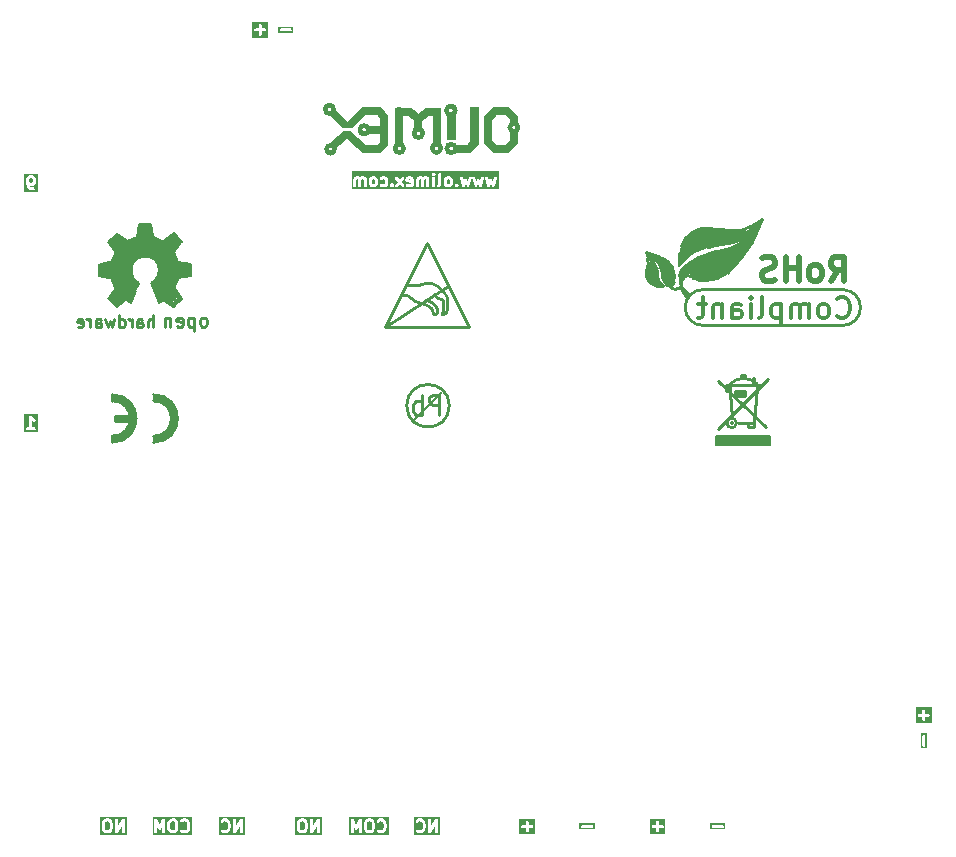
<source format=gbr>
%TF.GenerationSoftware,KiCad,Pcbnew,7.0.9-7.0.9~ubuntu22.04.1*%
%TF.CreationDate,2025-08-29T15:08:22+03:00*%
%TF.ProjectId,ESP32-C5-EVB_Rev_A,45535033-322d-4433-952d-4556425f5265,A*%
%TF.SameCoordinates,PX3938700PY9896800*%
%TF.FileFunction,Legend,Bot*%
%TF.FilePolarity,Positive*%
%FSLAX46Y46*%
G04 Gerber Fmt 4.6, Leading zero omitted, Abs format (unit mm)*
G04 Created by KiCad (PCBNEW 7.0.9-7.0.9~ubuntu22.04.1) date 2025-08-29 15:08:22*
%MOMM*%
%LPD*%
G01*
G04 APERTURE LIST*
%ADD10C,0.254000*%
%ADD11C,0.500000*%
%ADD12C,0.350000*%
%ADD13C,0.508000*%
%ADD14C,0.150000*%
%ADD15C,0.127000*%
%ADD16C,0.200000*%
%ADD17C,0.370000*%
%ADD18C,1.000000*%
%ADD19C,0.420000*%
%ADD20C,0.400000*%
%ADD21C,0.380000*%
%ADD22C,0.700000*%
%ADD23C,0.100000*%
%ADD24C,0.300000*%
G04 APERTURE END LIST*
D10*
G36*
X32576519Y56395126D02*
G01*
X32595758Y56375887D01*
X32621513Y56324377D01*
X32621513Y56094051D01*
X32595758Y56042541D01*
X32576520Y56023304D01*
X32525009Y55997548D01*
X32439826Y55997548D01*
X32388314Y56023304D01*
X32369077Y56042541D01*
X32343322Y56094051D01*
X32343322Y56324377D01*
X32369077Y56375887D01*
X32388316Y56395126D01*
X32439826Y56420881D01*
X32525009Y56420881D01*
X32576519Y56395126D01*
G37*
G36*
X35653472Y56404840D02*
G01*
X35669513Y56372758D01*
X35669513Y56364130D01*
X35458662Y56406300D01*
X35487826Y56420881D01*
X35621390Y56420881D01*
X35653472Y56404840D01*
G37*
G36*
X38914424Y56395126D02*
G01*
X38933663Y56375887D01*
X38959418Y56324377D01*
X38959418Y56094051D01*
X38933663Y56042541D01*
X38914425Y56023304D01*
X38862914Y55997548D01*
X38777731Y55997548D01*
X38726219Y56023304D01*
X38706982Y56042541D01*
X38681227Y56094051D01*
X38681227Y56324377D01*
X38706982Y56375887D01*
X38726221Y56395126D01*
X38777731Y56420881D01*
X38862914Y56420881D01*
X38914424Y56395126D01*
G37*
G36*
X43079009Y55598405D02*
G01*
X30637894Y55598405D01*
X30637894Y55870548D01*
X30783037Y55870548D01*
X30803198Y55801887D01*
X30857279Y55755025D01*
X30928111Y55744841D01*
X30993204Y55774568D01*
X31031893Y55834768D01*
X31037037Y55870548D01*
X31037037Y56372758D01*
X31053077Y56404840D01*
X31085160Y56420881D01*
X31170342Y56420881D01*
X31202424Y56404840D01*
X31218465Y56372758D01*
X31218465Y55870548D01*
X31238626Y55801887D01*
X31292707Y55755025D01*
X31363539Y55744841D01*
X31428632Y55774568D01*
X31467321Y55834768D01*
X31472465Y55870548D01*
X31472465Y56372758D01*
X31488506Y56404840D01*
X31520588Y56420881D01*
X31605771Y56420881D01*
X31653894Y56396820D01*
X31653894Y55870548D01*
X31674055Y55801887D01*
X31728136Y55755025D01*
X31798968Y55744841D01*
X31864061Y55774568D01*
X31902750Y55834768D01*
X31907894Y55870548D01*
X31907894Y56064071D01*
X32089322Y56064071D01*
X32092565Y56053026D01*
X32091329Y56041578D01*
X32102730Y56007275D01*
X32151111Y55910513D01*
X32152731Y55908771D01*
X32153238Y55906444D01*
X32174900Y55877506D01*
X32223281Y55829125D01*
X32225371Y55827984D01*
X32226587Y55825937D01*
X32256289Y55805335D01*
X32353051Y55756955D01*
X32364381Y55754917D01*
X32374066Y55748692D01*
X32409846Y55743548D01*
X32554989Y55743548D01*
X32566033Y55746792D01*
X32577481Y55745555D01*
X32611784Y55756955D01*
X32708546Y55805335D01*
X32710289Y55806957D01*
X32712616Y55807463D01*
X32741554Y55829125D01*
X32789935Y55877506D01*
X32791076Y55879596D01*
X32793122Y55880811D01*
X32813724Y55910513D01*
X32862105Y56007275D01*
X32864143Y56018605D01*
X32870369Y56028291D01*
X32875513Y56064071D01*
X32875513Y56354357D01*
X32872269Y56365403D01*
X32873506Y56376850D01*
X32862105Y56411153D01*
X32820169Y56495025D01*
X33008639Y56495025D01*
X33031207Y56427116D01*
X33086906Y56382190D01*
X33158053Y56374507D01*
X33192356Y56385908D01*
X33262302Y56420881D01*
X33395866Y56420881D01*
X33447376Y56395126D01*
X33466615Y56375887D01*
X33492370Y56324377D01*
X33492370Y56094051D01*
X33466615Y56042541D01*
X33447377Y56023304D01*
X33395866Y55997548D01*
X33262302Y55997548D01*
X33192355Y56032521D01*
X33121927Y56045194D01*
X33055826Y56017779D01*
X33015041Y55958979D01*
X33012520Y55887464D01*
X33049063Y55825937D01*
X33078765Y55805335D01*
X33175527Y55756955D01*
X33186857Y55754917D01*
X33196542Y55748692D01*
X33232322Y55743548D01*
X33425846Y55743548D01*
X33436890Y55746792D01*
X33448338Y55745555D01*
X33482641Y55756955D01*
X33579403Y55805335D01*
X33581146Y55806957D01*
X33583473Y55807463D01*
X33612411Y55829125D01*
X33660792Y55877506D01*
X33661933Y55879596D01*
X33663979Y55880811D01*
X33684581Y55910513D01*
X33693318Y55927987D01*
X33879742Y55927987D01*
X33885494Y55901543D01*
X33887425Y55874546D01*
X33892981Y55867123D01*
X33894953Y55858062D01*
X33916616Y55829125D01*
X33964997Y55780745D01*
X33973134Y55776302D01*
X33978690Y55768880D01*
X33991615Y55764060D01*
X34002041Y55755025D01*
X34015697Y55753062D01*
X34027804Y55746451D01*
X34037050Y55747113D01*
X34045738Y55743872D01*
X34059218Y55746805D01*
X34072873Y55744841D01*
X34085421Y55750572D01*
X34099182Y55751556D01*
X34106602Y55757112D01*
X34115663Y55759082D01*
X34133820Y55772675D01*
X34137966Y55774568D01*
X34139464Y55776900D01*
X34144601Y55780745D01*
X34192981Y55829124D01*
X34197425Y55837264D01*
X34204848Y55842820D01*
X34214305Y55868176D01*
X34222163Y55882566D01*
X34315416Y55882566D01*
X34328989Y55812305D01*
X34378393Y55760536D01*
X34447943Y55743695D01*
X34515558Y55767128D01*
X34541708Y55792085D01*
X34707941Y56003655D01*
X34874174Y55792085D01*
X34932448Y55750551D01*
X35003925Y55747115D01*
X35065913Y55782869D01*
X35098731Y55846460D01*
X35091960Y55917699D01*
X35073899Y55949012D01*
X34869453Y56209215D01*
X34945480Y56305976D01*
X35185703Y56305976D01*
X35194846Y56274837D01*
X35202276Y56243247D01*
X35204854Y56240754D01*
X35205864Y56237315D01*
X35230381Y56216070D01*
X35253720Y56193503D01*
X35258293Y56191885D01*
X35259945Y56190453D01*
X35263973Y56189874D01*
X35287796Y56181442D01*
X35669513Y56105099D01*
X35669513Y56045670D01*
X35653472Y56013590D01*
X35621390Y55997548D01*
X35487826Y55997548D01*
X35417879Y56032521D01*
X35347451Y56045194D01*
X35281350Y56017779D01*
X35240565Y55958979D01*
X35238044Y55887464D01*
X35274587Y55825937D01*
X35304289Y55805335D01*
X35401051Y55756955D01*
X35412381Y55754917D01*
X35422066Y55748692D01*
X35457846Y55743548D01*
X35651370Y55743548D01*
X35662414Y55746792D01*
X35673862Y55745555D01*
X35708165Y55756955D01*
X35804927Y55805335D01*
X35821573Y55820820D01*
X35841122Y55832430D01*
X35853972Y55850957D01*
X35857324Y55854074D01*
X35858018Y55856790D01*
X35861724Y55862132D01*
X35865932Y55870548D01*
X36104942Y55870548D01*
X36125103Y55801887D01*
X36179184Y55755025D01*
X36250016Y55744841D01*
X36315109Y55774568D01*
X36353798Y55834768D01*
X36358942Y55870548D01*
X36358942Y56372758D01*
X36374982Y56404840D01*
X36407065Y56420881D01*
X36492247Y56420881D01*
X36524329Y56404840D01*
X36540370Y56372758D01*
X36540370Y55870548D01*
X36560531Y55801887D01*
X36614612Y55755025D01*
X36685444Y55744841D01*
X36750537Y55774568D01*
X36789226Y55834768D01*
X36794370Y55870548D01*
X36794370Y56372758D01*
X36810411Y56404840D01*
X36842493Y56420881D01*
X36927676Y56420881D01*
X36975799Y56396820D01*
X36975799Y55870548D01*
X36995960Y55801887D01*
X37050041Y55755025D01*
X37120873Y55744841D01*
X37185966Y55774568D01*
X37224655Y55834768D01*
X37229799Y55870548D01*
X37229799Y56547881D01*
X37209638Y56616542D01*
X37155557Y56663404D01*
X37084725Y56673588D01*
X37035334Y56651032D01*
X37014452Y56661473D01*
X37003122Y56663512D01*
X36993436Y56669737D01*
X36957656Y56674881D01*
X36812513Y56674881D01*
X36801467Y56671638D01*
X36790020Y56672874D01*
X36755717Y56661473D01*
X36667370Y56617300D01*
X36579023Y56661473D01*
X36567693Y56663512D01*
X36558007Y56669737D01*
X36522227Y56674881D01*
X36377084Y56674881D01*
X36366036Y56671638D01*
X36354590Y56672873D01*
X36320287Y56661473D01*
X36223526Y56613092D01*
X36206879Y56597607D01*
X36187333Y56585998D01*
X36174481Y56567470D01*
X36171131Y56564353D01*
X36170436Y56561639D01*
X36166731Y56556296D01*
X36118350Y56459534D01*
X36116311Y56448205D01*
X36110086Y56438518D01*
X36104942Y56402738D01*
X36104942Y55870548D01*
X35865932Y55870548D01*
X35910105Y55958894D01*
X35912143Y55970224D01*
X35918369Y55979910D01*
X35923513Y56015690D01*
X35923513Y56402738D01*
X35920269Y56413784D01*
X35921506Y56425231D01*
X35910105Y56459534D01*
X35861724Y56556296D01*
X35846239Y56572943D01*
X35834630Y56592490D01*
X35816103Y56605341D01*
X35812986Y56608692D01*
X35810270Y56609387D01*
X35804928Y56613092D01*
X35708166Y56661473D01*
X35696836Y56663512D01*
X35687150Y56669737D01*
X35651370Y56674881D01*
X35457846Y56674881D01*
X35446800Y56671638D01*
X35435353Y56672874D01*
X35401050Y56661473D01*
X35304288Y56613092D01*
X35287641Y56597608D01*
X35268094Y56585998D01*
X35255243Y56567472D01*
X35251892Y56564354D01*
X35251197Y56561639D01*
X35247492Y56556296D01*
X35199111Y56459534D01*
X35197072Y56448205D01*
X35190847Y56438518D01*
X35185703Y56402738D01*
X35185703Y56305976D01*
X34945480Y56305976D01*
X35073899Y56469417D01*
X35100466Y56535863D01*
X35086894Y56606123D01*
X35037489Y56657893D01*
X34967940Y56674734D01*
X34900325Y56651300D01*
X34874174Y56626344D01*
X34707941Y56414775D01*
X34541708Y56626344D01*
X34483435Y56667878D01*
X34411958Y56671314D01*
X34349970Y56635560D01*
X34317152Y56571969D01*
X34323923Y56500730D01*
X34341984Y56469418D01*
X34546429Y56209215D01*
X34341984Y55949011D01*
X34315416Y55882566D01*
X34222163Y55882566D01*
X34227277Y55891931D01*
X34226615Y55901181D01*
X34229856Y55909868D01*
X34224103Y55936313D01*
X34222173Y55963308D01*
X34216616Y55970731D01*
X34214645Y55979793D01*
X34192983Y56008731D01*
X34144602Y56057112D01*
X34136461Y56061557D01*
X34130907Y56068977D01*
X34117983Y56073798D01*
X34107557Y56082832D01*
X34093902Y56084796D01*
X34081795Y56091406D01*
X34072546Y56090745D01*
X34063859Y56093985D01*
X34050379Y56091053D01*
X34036725Y56093016D01*
X34024178Y56087287D01*
X34010417Y56086302D01*
X34002993Y56080745D01*
X33993934Y56078774D01*
X33975775Y56065182D01*
X33971632Y56063289D01*
X33970134Y56060959D01*
X33964996Y56057112D01*
X33916615Y56008731D01*
X33912170Y56000591D01*
X33904749Y55995035D01*
X33895292Y55969681D01*
X33882321Y55945924D01*
X33882982Y55936675D01*
X33879742Y55927987D01*
X33693318Y55927987D01*
X33732962Y56007275D01*
X33735000Y56018605D01*
X33741226Y56028291D01*
X33746370Y56064071D01*
X33746370Y56354357D01*
X33743126Y56365403D01*
X33744363Y56376850D01*
X33732962Y56411153D01*
X33684581Y56507915D01*
X33682960Y56509658D01*
X33682454Y56511984D01*
X33660792Y56540922D01*
X33612411Y56589303D01*
X33610321Y56590445D01*
X33609106Y56592490D01*
X33579404Y56613092D01*
X33482642Y56661473D01*
X33471312Y56663512D01*
X33461626Y56669737D01*
X33425846Y56674881D01*
X33232322Y56674881D01*
X33221276Y56671638D01*
X33209829Y56672874D01*
X33175526Y56661473D01*
X33078764Y56613092D01*
X33026368Y56564354D01*
X33008639Y56495025D01*
X32820169Y56495025D01*
X32813724Y56507915D01*
X32812103Y56509658D01*
X32811597Y56511984D01*
X32789935Y56540922D01*
X32741554Y56589303D01*
X32739464Y56590445D01*
X32738249Y56592490D01*
X32708547Y56613092D01*
X32611785Y56661473D01*
X32600455Y56663512D01*
X32590769Y56669737D01*
X32554989Y56674881D01*
X32409846Y56674881D01*
X32398800Y56671638D01*
X32387353Y56672874D01*
X32353050Y56661473D01*
X32256288Y56613092D01*
X32254545Y56611472D01*
X32252219Y56610965D01*
X32223281Y56589303D01*
X32174900Y56540922D01*
X32173758Y56538833D01*
X32171713Y56537617D01*
X32151111Y56507915D01*
X32102730Y56411153D01*
X32100691Y56399824D01*
X32094466Y56390137D01*
X32089322Y56354357D01*
X32089322Y56064071D01*
X31907894Y56064071D01*
X31907894Y56547881D01*
X31887733Y56616542D01*
X31833652Y56663404D01*
X31762820Y56673588D01*
X31713429Y56651032D01*
X31692547Y56661473D01*
X31681217Y56663512D01*
X31671531Y56669737D01*
X31635751Y56674881D01*
X31490608Y56674881D01*
X31479562Y56671638D01*
X31468115Y56672874D01*
X31433812Y56661473D01*
X31345465Y56617300D01*
X31257118Y56661473D01*
X31245788Y56663512D01*
X31236102Y56669737D01*
X31200322Y56674881D01*
X31055179Y56674881D01*
X31044131Y56671638D01*
X31032685Y56672873D01*
X30998382Y56661473D01*
X30901621Y56613092D01*
X30884974Y56597607D01*
X30865428Y56585998D01*
X30852576Y56567470D01*
X30849226Y56564353D01*
X30848531Y56561639D01*
X30844826Y56556296D01*
X30796445Y56459534D01*
X30794406Y56448205D01*
X30788181Y56438518D01*
X30783037Y56402738D01*
X30783037Y55870548D01*
X30637894Y55870548D01*
X30637894Y56847227D01*
X37411552Y56847227D01*
X37417304Y56820783D01*
X37419235Y56793785D01*
X37424792Y56786362D01*
X37426763Y56777302D01*
X37448425Y56748364D01*
X37496806Y56699983D01*
X37504944Y56695539D01*
X37510501Y56688117D01*
X37523426Y56683297D01*
X37533851Y56674263D01*
X37547505Y56672300D01*
X37555798Y56667772D01*
X37503442Y56643861D01*
X37464753Y56583661D01*
X37459609Y56547881D01*
X37459609Y55870548D01*
X37479770Y55801887D01*
X37533851Y55755025D01*
X37604683Y55744841D01*
X37669776Y55774568D01*
X37708465Y55834768D01*
X37712966Y55866074D01*
X37846735Y55866074D01*
X37869303Y55798165D01*
X37925001Y55753238D01*
X37996148Y55745555D01*
X38030451Y55756955D01*
X38127213Y55805335D01*
X38143859Y55820820D01*
X38163408Y55832430D01*
X38176258Y55850957D01*
X38179610Y55854074D01*
X38180304Y55856790D01*
X38184010Y55862132D01*
X38232391Y55958894D01*
X38234429Y55970224D01*
X38240655Y55979910D01*
X38245799Y56015690D01*
X38245799Y56064071D01*
X38427227Y56064071D01*
X38430470Y56053026D01*
X38429234Y56041578D01*
X38440635Y56007275D01*
X38489016Y55910513D01*
X38490636Y55908771D01*
X38491143Y55906444D01*
X38512805Y55877506D01*
X38561186Y55829125D01*
X38563276Y55827984D01*
X38564492Y55825937D01*
X38594194Y55805335D01*
X38690956Y55756955D01*
X38702286Y55754917D01*
X38711971Y55748692D01*
X38747751Y55743548D01*
X38892894Y55743548D01*
X38903938Y55746792D01*
X38915386Y55745555D01*
X38949689Y55756955D01*
X39046451Y55805335D01*
X39048194Y55806957D01*
X39050521Y55807463D01*
X39079459Y55829125D01*
X39127840Y55877506D01*
X39128981Y55879596D01*
X39131027Y55880811D01*
X39151629Y55910513D01*
X39160366Y55927987D01*
X39346790Y55927987D01*
X39352542Y55901543D01*
X39354473Y55874546D01*
X39360029Y55867123D01*
X39362001Y55858062D01*
X39383664Y55829125D01*
X39432045Y55780745D01*
X39440182Y55776302D01*
X39445738Y55768880D01*
X39458663Y55764060D01*
X39469089Y55755025D01*
X39482745Y55753062D01*
X39494852Y55746451D01*
X39504098Y55747113D01*
X39512786Y55743872D01*
X39526266Y55746805D01*
X39539921Y55744841D01*
X39552469Y55750572D01*
X39566230Y55751556D01*
X39573650Y55757112D01*
X39582711Y55759082D01*
X39600868Y55772675D01*
X39605014Y55774568D01*
X39606512Y55776900D01*
X39611649Y55780745D01*
X39660029Y55829124D01*
X39664473Y55837264D01*
X39671896Y55842820D01*
X39681353Y55868176D01*
X39694325Y55891931D01*
X39693663Y55901181D01*
X39696904Y55909868D01*
X39691151Y55936313D01*
X39689221Y55963308D01*
X39683664Y55970731D01*
X39681693Y55979793D01*
X39660031Y56008731D01*
X39611650Y56057112D01*
X39603509Y56061557D01*
X39597955Y56068977D01*
X39585031Y56073798D01*
X39574605Y56082832D01*
X39560950Y56084796D01*
X39548843Y56091406D01*
X39539594Y56090745D01*
X39530907Y56093985D01*
X39517427Y56091053D01*
X39503773Y56093016D01*
X39491226Y56087287D01*
X39477465Y56086302D01*
X39470041Y56080745D01*
X39460982Y56078774D01*
X39442823Y56065182D01*
X39438680Y56063289D01*
X39437182Y56060959D01*
X39432044Y56057112D01*
X39383663Y56008731D01*
X39379218Y56000591D01*
X39371797Y55995035D01*
X39362340Y55969681D01*
X39349369Y55945924D01*
X39350030Y55936675D01*
X39346790Y55927987D01*
X39160366Y55927987D01*
X39200010Y56007275D01*
X39202048Y56018605D01*
X39208274Y56028291D01*
X39213418Y56064071D01*
X39213418Y56354357D01*
X39210174Y56365403D01*
X39211411Y56376850D01*
X39200010Y56411153D01*
X39151629Y56507915D01*
X39150008Y56509658D01*
X39149502Y56511984D01*
X39127840Y56540922D01*
X39119954Y56548808D01*
X39781897Y56548808D01*
X39786780Y56512991D01*
X39980304Y55835658D01*
X39996574Y55809931D01*
X40010529Y55782881D01*
X40015491Y55780019D01*
X40018552Y55775178D01*
X40046143Y55762333D01*
X40072513Y55747119D01*
X40078234Y55747394D01*
X40083427Y55744976D01*
X40113584Y55749088D01*
X40143990Y55750545D01*
X40148655Y55753870D01*
X40154331Y55754643D01*
X40177477Y55774406D01*
X40202270Y55792071D01*
X40206253Y55798975D01*
X40208753Y55801109D01*
X40210141Y55805715D01*
X40220335Y55823381D01*
X40295941Y56012399D01*
X40371549Y55823382D01*
X40390359Y55799448D01*
X40407001Y55773964D01*
X40412228Y55771623D01*
X40415768Y55767119D01*
X40444527Y55757156D01*
X40472310Y55744712D01*
X40477974Y55745569D01*
X40483386Y55743694D01*
X40512963Y55750861D01*
X40543065Y55755413D01*
X40547367Y55759197D01*
X40552934Y55760545D01*
X40573940Y55782563D01*
X40596804Y55802668D01*
X40600062Y55809944D01*
X40602331Y55812321D01*
X40603242Y55817044D01*
X40611580Y55835658D01*
X40805104Y56512991D01*
X40804842Y56548808D01*
X40846278Y56548808D01*
X40851161Y56512991D01*
X41044685Y55835658D01*
X41060955Y55809931D01*
X41074910Y55782881D01*
X41079872Y55780019D01*
X41082933Y55775178D01*
X41110524Y55762333D01*
X41136894Y55747119D01*
X41142615Y55747394D01*
X41147808Y55744976D01*
X41177965Y55749088D01*
X41208371Y55750545D01*
X41213036Y55753870D01*
X41218712Y55754643D01*
X41241858Y55774406D01*
X41266651Y55792071D01*
X41270634Y55798975D01*
X41273134Y55801109D01*
X41274522Y55805715D01*
X41284716Y55823381D01*
X41360322Y56012399D01*
X41435930Y55823382D01*
X41454740Y55799448D01*
X41471382Y55773964D01*
X41476609Y55771623D01*
X41480149Y55767119D01*
X41508908Y55757156D01*
X41536691Y55744712D01*
X41542355Y55745569D01*
X41547767Y55743694D01*
X41577344Y55750861D01*
X41607446Y55755413D01*
X41611748Y55759197D01*
X41617315Y55760545D01*
X41638321Y55782563D01*
X41661185Y55802668D01*
X41664443Y55809944D01*
X41666712Y55812321D01*
X41667623Y55817044D01*
X41675961Y55835658D01*
X41869485Y56512991D01*
X41869223Y56548808D01*
X41910659Y56548808D01*
X41915542Y56512991D01*
X42109066Y55835658D01*
X42125336Y55809931D01*
X42139291Y55782881D01*
X42144253Y55780019D01*
X42147314Y55775178D01*
X42174905Y55762333D01*
X42201275Y55747119D01*
X42206996Y55747394D01*
X42212189Y55744976D01*
X42242346Y55749088D01*
X42272752Y55750545D01*
X42277417Y55753870D01*
X42283093Y55754643D01*
X42306239Y55774406D01*
X42331032Y55792071D01*
X42335015Y55798975D01*
X42337515Y55801109D01*
X42338903Y55805715D01*
X42349097Y55823381D01*
X42424703Y56012399D01*
X42500311Y55823382D01*
X42519121Y55799448D01*
X42535763Y55773964D01*
X42540990Y55771623D01*
X42544530Y55767119D01*
X42573289Y55757156D01*
X42601072Y55744712D01*
X42606736Y55745569D01*
X42612148Y55743694D01*
X42641725Y55750861D01*
X42671827Y55755413D01*
X42676129Y55759197D01*
X42681696Y55760545D01*
X42702702Y55782563D01*
X42725566Y55802668D01*
X42728824Y55809944D01*
X42731093Y55812321D01*
X42732004Y55817044D01*
X42740342Y55835658D01*
X42933866Y56512991D01*
X42933343Y56584549D01*
X42894217Y56644465D01*
X42828908Y56673717D01*
X42758153Y56663016D01*
X42704414Y56615761D01*
X42689638Y56582771D01*
X42598172Y56262644D01*
X42542621Y56401524D01*
X42527677Y56420538D01*
X42516593Y56442023D01*
X42505975Y56448149D01*
X42498401Y56457786D01*
X42475552Y56465702D01*
X42454609Y56477785D01*
X42442366Y56477199D01*
X42430784Y56481211D01*
X42407281Y56475517D01*
X42383131Y56474359D01*
X42373148Y56467247D01*
X42361236Y56464360D01*
X42344545Y56446867D01*
X42324852Y56432834D01*
X42315204Y56416113D01*
X42311839Y56412585D01*
X42311170Y56409120D01*
X42306787Y56401523D01*
X42251235Y56262644D01*
X42159770Y56582771D01*
X42121522Y56643251D01*
X42056647Y56673453D01*
X41985743Y56663786D01*
X41931321Y56617320D01*
X41910659Y56548808D01*
X41869223Y56548808D01*
X41868962Y56584549D01*
X41829836Y56644465D01*
X41764527Y56673717D01*
X41693772Y56663016D01*
X41640033Y56615761D01*
X41625257Y56582771D01*
X41533791Y56262644D01*
X41478240Y56401524D01*
X41463296Y56420538D01*
X41452212Y56442023D01*
X41441594Y56448149D01*
X41434020Y56457786D01*
X41411171Y56465702D01*
X41390228Y56477785D01*
X41377985Y56477199D01*
X41366403Y56481211D01*
X41342900Y56475517D01*
X41318750Y56474359D01*
X41308767Y56467247D01*
X41296855Y56464360D01*
X41280164Y56446867D01*
X41260471Y56432834D01*
X41250823Y56416113D01*
X41247458Y56412585D01*
X41246789Y56409120D01*
X41242406Y56401523D01*
X41186854Y56262644D01*
X41095389Y56582771D01*
X41057141Y56643251D01*
X40992266Y56673453D01*
X40921362Y56663786D01*
X40866940Y56617320D01*
X40846278Y56548808D01*
X40804842Y56548808D01*
X40804581Y56584549D01*
X40765455Y56644465D01*
X40700146Y56673717D01*
X40629391Y56663016D01*
X40575652Y56615761D01*
X40560876Y56582771D01*
X40469410Y56262644D01*
X40413859Y56401524D01*
X40398915Y56420538D01*
X40387831Y56442023D01*
X40377213Y56448149D01*
X40369639Y56457786D01*
X40346790Y56465702D01*
X40325847Y56477785D01*
X40313604Y56477199D01*
X40302022Y56481211D01*
X40278519Y56475517D01*
X40254369Y56474359D01*
X40244386Y56467247D01*
X40232474Y56464360D01*
X40215783Y56446867D01*
X40196090Y56432834D01*
X40186442Y56416113D01*
X40183077Y56412585D01*
X40182408Y56409120D01*
X40178025Y56401523D01*
X40122473Y56262644D01*
X40031008Y56582771D01*
X39992760Y56643251D01*
X39927885Y56673453D01*
X39856981Y56663786D01*
X39802559Y56617320D01*
X39781897Y56548808D01*
X39119954Y56548808D01*
X39079459Y56589303D01*
X39077369Y56590445D01*
X39076154Y56592490D01*
X39046452Y56613092D01*
X38949690Y56661473D01*
X38938360Y56663512D01*
X38928674Y56669737D01*
X38892894Y56674881D01*
X38747751Y56674881D01*
X38736705Y56671638D01*
X38725258Y56672874D01*
X38690955Y56661473D01*
X38594193Y56613092D01*
X38592450Y56611472D01*
X38590124Y56610965D01*
X38561186Y56589303D01*
X38512805Y56540922D01*
X38511663Y56538833D01*
X38509618Y56537617D01*
X38489016Y56507915D01*
X38440635Y56411153D01*
X38438596Y56399824D01*
X38432371Y56390137D01*
X38427227Y56354357D01*
X38427227Y56064071D01*
X38245799Y56064071D01*
X38245799Y56886548D01*
X38225638Y56955209D01*
X38171557Y57002071D01*
X38100725Y57012255D01*
X38035632Y56982528D01*
X37996943Y56922328D01*
X37991799Y56886548D01*
X37991799Y56045670D01*
X37975758Y56013590D01*
X37916861Y55984141D01*
X37864464Y55935402D01*
X37846735Y55866074D01*
X37712966Y55866074D01*
X37713609Y55870548D01*
X37713609Y56547881D01*
X37693448Y56616542D01*
X37639367Y56663404D01*
X37611863Y56667359D01*
X37617229Y56669809D01*
X37630991Y56670793D01*
X37638414Y56676351D01*
X37647474Y56678321D01*
X37665632Y56691914D01*
X37669776Y56693806D01*
X37671273Y56696137D01*
X37676412Y56699983D01*
X37724793Y56748364D01*
X37729237Y56756505D01*
X37736658Y56762059D01*
X37746114Y56787414D01*
X37759087Y56811171D01*
X37758425Y56820420D01*
X37761666Y56829107D01*
X37755913Y56855552D01*
X37753983Y56882549D01*
X37748425Y56889973D01*
X37746455Y56899032D01*
X37724793Y56927970D01*
X37676412Y56976351D01*
X37668271Y56980796D01*
X37662717Y56988216D01*
X37649793Y56993037D01*
X37639367Y57002071D01*
X37625712Y57004035D01*
X37613605Y57010645D01*
X37604356Y57009984D01*
X37595669Y57013224D01*
X37582189Y57010292D01*
X37568535Y57012255D01*
X37555988Y57006526D01*
X37542227Y57005541D01*
X37534803Y56999984D01*
X37525744Y56998013D01*
X37507585Y56984421D01*
X37503442Y56982528D01*
X37501944Y56980198D01*
X37496806Y56976351D01*
X37448425Y56927970D01*
X37443980Y56919832D01*
X37436559Y56914275D01*
X37427101Y56888917D01*
X37414131Y56865163D01*
X37414792Y56855915D01*
X37411552Y56847227D01*
X30637894Y56847227D01*
X30637894Y57158367D01*
X43079009Y57158367D01*
X43079009Y55598405D01*
G37*
G36*
X79353737Y8246160D02*
G01*
X78809451Y8246160D01*
X78809451Y8517010D01*
X78954594Y8517010D01*
X78974755Y8448349D01*
X79028836Y8401487D01*
X79099668Y8391303D01*
X79164761Y8421030D01*
X79203450Y8481230D01*
X79208594Y8517010D01*
X79208594Y9291105D01*
X79188433Y9359766D01*
X79134352Y9406628D01*
X79063520Y9416812D01*
X78998427Y9387085D01*
X78959738Y9326885D01*
X78954594Y9291105D01*
X78954594Y8517010D01*
X78809451Y8517010D01*
X78809451Y9561955D01*
X79353737Y9561955D01*
X79353737Y8246160D01*
G37*
G36*
X79739492Y10405160D02*
G01*
X78423697Y10405160D01*
X78423697Y11044984D01*
X78568840Y11044984D01*
X78598567Y10979891D01*
X78658767Y10941202D01*
X78694547Y10936058D01*
X78954594Y10936058D01*
X78954594Y10676010D01*
X78974755Y10607349D01*
X79028836Y10560487D01*
X79099668Y10550303D01*
X79164761Y10580030D01*
X79203450Y10640230D01*
X79208594Y10676010D01*
X79208594Y10936058D01*
X79468642Y10936058D01*
X79537303Y10956219D01*
X79584165Y11010300D01*
X79594349Y11081132D01*
X79564622Y11146225D01*
X79504422Y11184914D01*
X79468642Y11190058D01*
X79208594Y11190058D01*
X79208594Y11450105D01*
X79188433Y11518766D01*
X79134352Y11565628D01*
X79063520Y11575812D01*
X78998427Y11546085D01*
X78959738Y11485885D01*
X78954594Y11450105D01*
X78954594Y11190058D01*
X78694547Y11190058D01*
X78625886Y11169897D01*
X78579024Y11115816D01*
X78568840Y11044984D01*
X78423697Y11044984D01*
X78423697Y11720955D01*
X79739492Y11720955D01*
X79739492Y10405160D01*
G37*
G36*
X3602377Y56479793D02*
G01*
X3621616Y56460554D01*
X3647371Y56409044D01*
X3647371Y56227099D01*
X3621616Y56175589D01*
X3602377Y56156350D01*
X3550867Y56130595D01*
X3417303Y56130595D01*
X3365793Y56156350D01*
X3346554Y56175589D01*
X3320799Y56227099D01*
X3320799Y56409044D01*
X3346554Y56460554D01*
X3365793Y56479793D01*
X3417303Y56505548D01*
X3550867Y56505548D01*
X3602377Y56479793D01*
G37*
G36*
X4046514Y55344405D02*
G01*
X2921656Y55344405D01*
X2921656Y56051976D01*
X3066799Y56051976D01*
X3067771Y56048664D01*
X3070591Y56021174D01*
X3118972Y55827650D01*
X3120879Y55824399D01*
X3120943Y55820629D01*
X3136510Y55788005D01*
X3233272Y55642862D01*
X3236964Y55639770D01*
X3249139Y55623506D01*
X3297520Y55575125D01*
X3299610Y55573984D01*
X3300826Y55571937D01*
X3330528Y55551335D01*
X3427290Y55502955D01*
X3438620Y55500917D01*
X3448305Y55494692D01*
X3484085Y55489548D01*
X3677609Y55489548D01*
X3746270Y55509709D01*
X3793132Y55563790D01*
X3803316Y55634622D01*
X3773589Y55699715D01*
X3713389Y55738404D01*
X3677609Y55743548D01*
X3514065Y55743548D01*
X3462553Y55769304D01*
X3437634Y55794223D01*
X3382231Y55877328D01*
X3387323Y55876595D01*
X3580847Y55876595D01*
X3591892Y55879839D01*
X3603340Y55878602D01*
X3637643Y55890003D01*
X3734405Y55938384D01*
X3736147Y55940005D01*
X3738474Y55940511D01*
X3767412Y55962173D01*
X3815793Y56010554D01*
X3816934Y56012644D01*
X3818980Y56013859D01*
X3839582Y56043561D01*
X3887963Y56140323D01*
X3890001Y56151653D01*
X3896227Y56161339D01*
X3901371Y56197119D01*
X3901371Y56439024D01*
X3898127Y56450070D01*
X3899364Y56461517D01*
X3887963Y56495820D01*
X3839582Y56592582D01*
X3837961Y56594325D01*
X3837455Y56596651D01*
X3815793Y56625589D01*
X3767412Y56673970D01*
X3765322Y56675112D01*
X3764107Y56677157D01*
X3734405Y56697759D01*
X3637643Y56746140D01*
X3626313Y56748179D01*
X3616627Y56754404D01*
X3580847Y56759548D01*
X3387323Y56759548D01*
X3376277Y56756305D01*
X3364830Y56757541D01*
X3330527Y56746140D01*
X3233765Y56697759D01*
X3232022Y56696139D01*
X3229696Y56695632D01*
X3200758Y56673970D01*
X3152377Y56625589D01*
X3151235Y56623500D01*
X3149190Y56622284D01*
X3128588Y56592582D01*
X3080207Y56495820D01*
X3078168Y56484491D01*
X3071943Y56474804D01*
X3066799Y56439024D01*
X3066799Y56051976D01*
X2921656Y56051976D01*
X2921656Y56904691D01*
X4046514Y56904691D01*
X4046514Y55344405D01*
G37*
G36*
X4045221Y35024405D02*
G01*
X2922949Y35024405D01*
X2922949Y35278474D01*
X3068092Y35278474D01*
X3097819Y35213381D01*
X3158019Y35174692D01*
X3193799Y35169548D01*
X3774371Y35169548D01*
X3843032Y35189709D01*
X3889894Y35243790D01*
X3900078Y35314622D01*
X3870351Y35379715D01*
X3810151Y35418404D01*
X3774371Y35423548D01*
X3611085Y35423548D01*
X3611085Y35963799D01*
X3620813Y35957051D01*
X3717575Y35908670D01*
X3788003Y35895996D01*
X3854104Y35923410D01*
X3894890Y35982210D01*
X3897411Y36053725D01*
X3860869Y36115252D01*
X3831167Y36135854D01*
X3752839Y36175018D01*
X3679539Y36248319D01*
X3589755Y36382995D01*
X3563113Y36405308D01*
X3536843Y36428071D01*
X3535744Y36428229D01*
X3534894Y36428941D01*
X3500405Y36433310D01*
X3466011Y36438255D01*
X3465002Y36437795D01*
X3463902Y36437934D01*
X3432530Y36422965D01*
X3400918Y36408528D01*
X3400318Y36407595D01*
X3399317Y36407117D01*
X3381037Y36377594D01*
X3362229Y36348328D01*
X3362020Y36346881D01*
X3361646Y36346275D01*
X3361676Y36344483D01*
X3357085Y36312548D01*
X3357085Y35423548D01*
X3193799Y35423548D01*
X3125138Y35403387D01*
X3078276Y35349306D01*
X3068092Y35278474D01*
X2922949Y35278474D01*
X2922949Y36583398D01*
X4045221Y36583398D01*
X4045221Y35024405D01*
G37*
G36*
X25713840Y68812452D02*
G01*
X24398045Y68812452D01*
X24398045Y69066521D01*
X24543188Y69066521D01*
X24572915Y69001428D01*
X24633115Y68962739D01*
X24668895Y68957595D01*
X25442990Y68957595D01*
X25511651Y68977756D01*
X25558513Y69031837D01*
X25568697Y69102669D01*
X25538970Y69167762D01*
X25478770Y69206451D01*
X25442990Y69211595D01*
X24668895Y69211595D01*
X24600234Y69191434D01*
X24553372Y69137353D01*
X24543188Y69066521D01*
X24398045Y69066521D01*
X24398045Y69356738D01*
X25713840Y69356738D01*
X25713840Y68812452D01*
G37*
G36*
X23554840Y68426698D02*
G01*
X22239045Y68426698D01*
X22239045Y69066521D01*
X22384188Y69066521D01*
X22413915Y69001428D01*
X22474115Y68962739D01*
X22509895Y68957595D01*
X22769942Y68957595D01*
X22769942Y68697548D01*
X22790103Y68628887D01*
X22844184Y68582025D01*
X22915016Y68571841D01*
X22980109Y68601568D01*
X23018798Y68661768D01*
X23023942Y68697548D01*
X23023942Y68957595D01*
X23283990Y68957595D01*
X23352651Y68977756D01*
X23399513Y69031837D01*
X23409697Y69102669D01*
X23379970Y69167762D01*
X23319770Y69206451D01*
X23283990Y69211595D01*
X23023942Y69211595D01*
X23023942Y69471643D01*
X23003781Y69540304D01*
X22949700Y69587166D01*
X22878868Y69597350D01*
X22813775Y69567623D01*
X22775086Y69507423D01*
X22769942Y69471643D01*
X22769942Y69211595D01*
X22509895Y69211595D01*
X22441234Y69191434D01*
X22394372Y69137353D01*
X22384188Y69066521D01*
X22239045Y69066521D01*
X22239045Y69742493D01*
X23554840Y69742493D01*
X23554840Y68426698D01*
G37*
G36*
X62289840Y1375452D02*
G01*
X60974045Y1375452D01*
X60974045Y1629521D01*
X61119188Y1629521D01*
X61148915Y1564428D01*
X61209115Y1525739D01*
X61244895Y1520595D01*
X62018990Y1520595D01*
X62087651Y1540756D01*
X62134513Y1594837D01*
X62144697Y1665669D01*
X62114970Y1730762D01*
X62054770Y1769451D01*
X62018990Y1774595D01*
X61244895Y1774595D01*
X61176234Y1754434D01*
X61129372Y1700353D01*
X61119188Y1629521D01*
X60974045Y1629521D01*
X60974045Y1919738D01*
X62289840Y1919738D01*
X62289840Y1375452D01*
G37*
G36*
X57209840Y989698D02*
G01*
X55894045Y989698D01*
X55894045Y1629521D01*
X56039188Y1629521D01*
X56068915Y1564428D01*
X56129115Y1525739D01*
X56164895Y1520595D01*
X56424942Y1520595D01*
X56424942Y1260548D01*
X56445103Y1191887D01*
X56499184Y1145025D01*
X56570016Y1134841D01*
X56635109Y1164568D01*
X56673798Y1224768D01*
X56678942Y1260548D01*
X56678942Y1520595D01*
X56938990Y1520595D01*
X57007651Y1540756D01*
X57054513Y1594837D01*
X57064697Y1665669D01*
X57034970Y1730762D01*
X56974770Y1769451D01*
X56938990Y1774595D01*
X56678942Y1774595D01*
X56678942Y2034643D01*
X56658781Y2103304D01*
X56604700Y2150166D01*
X56533868Y2160350D01*
X56468775Y2130623D01*
X56430086Y2070423D01*
X56424942Y2034643D01*
X56424942Y1774595D01*
X56164895Y1774595D01*
X56096234Y1754434D01*
X56049372Y1700353D01*
X56039188Y1629521D01*
X55894045Y1629521D01*
X55894045Y2305493D01*
X57209840Y2305493D01*
X57209840Y989698D01*
G37*
G36*
X51240840Y1375452D02*
G01*
X49925045Y1375452D01*
X49925045Y1629521D01*
X50070188Y1629521D01*
X50099915Y1564428D01*
X50160115Y1525739D01*
X50195895Y1520595D01*
X50969990Y1520595D01*
X51038651Y1540756D01*
X51085513Y1594837D01*
X51095697Y1665669D01*
X51065970Y1730762D01*
X51005770Y1769451D01*
X50969990Y1774595D01*
X50195895Y1774595D01*
X50127234Y1754434D01*
X50080372Y1700353D01*
X50070188Y1629521D01*
X49925045Y1629521D01*
X49925045Y1919738D01*
X51240840Y1919738D01*
X51240840Y1375452D01*
G37*
G36*
X46160840Y989698D02*
G01*
X44845045Y989698D01*
X44845045Y1629521D01*
X44990188Y1629521D01*
X45019915Y1564428D01*
X45080115Y1525739D01*
X45115895Y1520595D01*
X45375942Y1520595D01*
X45375942Y1260548D01*
X45396103Y1191887D01*
X45450184Y1145025D01*
X45521016Y1134841D01*
X45586109Y1164568D01*
X45624798Y1224768D01*
X45629942Y1260548D01*
X45629942Y1520595D01*
X45889990Y1520595D01*
X45958651Y1540756D01*
X46005513Y1594837D01*
X46015697Y1665669D01*
X45985970Y1730762D01*
X45925770Y1769451D01*
X45889990Y1774595D01*
X45629942Y1774595D01*
X45629942Y2034643D01*
X45609781Y2103304D01*
X45555700Y2150166D01*
X45484868Y2160350D01*
X45419775Y2130623D01*
X45381086Y2070423D01*
X45375942Y2034643D01*
X45375942Y1774595D01*
X45115895Y1774595D01*
X45047234Y1754434D01*
X45000372Y1700353D01*
X44990188Y1629521D01*
X44845045Y1629521D01*
X44845045Y2305493D01*
X46160840Y2305493D01*
X46160840Y989698D01*
G37*
D11*
X71185634Y47828442D02*
X71852301Y48780823D01*
X72328491Y47828442D02*
X72328491Y49828442D01*
X72328491Y49828442D02*
X71566586Y49828442D01*
X71566586Y49828442D02*
X71376110Y49733204D01*
X71376110Y49733204D02*
X71280872Y49637966D01*
X71280872Y49637966D02*
X71185634Y49447490D01*
X71185634Y49447490D02*
X71185634Y49161776D01*
X71185634Y49161776D02*
X71280872Y48971300D01*
X71280872Y48971300D02*
X71376110Y48876061D01*
X71376110Y48876061D02*
X71566586Y48780823D01*
X71566586Y48780823D02*
X72328491Y48780823D01*
X70042777Y47828442D02*
X70233253Y47923680D01*
X70233253Y47923680D02*
X70328491Y48018919D01*
X70328491Y48018919D02*
X70423729Y48209395D01*
X70423729Y48209395D02*
X70423729Y48780823D01*
X70423729Y48780823D02*
X70328491Y48971300D01*
X70328491Y48971300D02*
X70233253Y49066538D01*
X70233253Y49066538D02*
X70042777Y49161776D01*
X70042777Y49161776D02*
X69757062Y49161776D01*
X69757062Y49161776D02*
X69566586Y49066538D01*
X69566586Y49066538D02*
X69471348Y48971300D01*
X69471348Y48971300D02*
X69376110Y48780823D01*
X69376110Y48780823D02*
X69376110Y48209395D01*
X69376110Y48209395D02*
X69471348Y48018919D01*
X69471348Y48018919D02*
X69566586Y47923680D01*
X69566586Y47923680D02*
X69757062Y47828442D01*
X69757062Y47828442D02*
X70042777Y47828442D01*
X68518967Y47828442D02*
X68518967Y49828442D01*
X68518967Y48876061D02*
X67376110Y48876061D01*
X67376110Y47828442D02*
X67376110Y49828442D01*
X66518967Y47923680D02*
X66233253Y47828442D01*
X66233253Y47828442D02*
X65757062Y47828442D01*
X65757062Y47828442D02*
X65566586Y47923680D01*
X65566586Y47923680D02*
X65471348Y48018919D01*
X65471348Y48018919D02*
X65376110Y48209395D01*
X65376110Y48209395D02*
X65376110Y48399871D01*
X65376110Y48399871D02*
X65471348Y48590347D01*
X65471348Y48590347D02*
X65566586Y48685585D01*
X65566586Y48685585D02*
X65757062Y48780823D01*
X65757062Y48780823D02*
X66138015Y48876061D01*
X66138015Y48876061D02*
X66328491Y48971300D01*
X66328491Y48971300D02*
X66423729Y49066538D01*
X66423729Y49066538D02*
X66518967Y49257014D01*
X66518967Y49257014D02*
X66518967Y49447490D01*
X66518967Y49447490D02*
X66423729Y49637966D01*
X66423729Y49637966D02*
X66328491Y49733204D01*
X66328491Y49733204D02*
X66138015Y49828442D01*
X66138015Y49828442D02*
X65661824Y49828442D01*
X65661824Y49828442D02*
X65376110Y49733204D01*
D12*
X71764193Y44887196D02*
X71848860Y44802529D01*
X71848860Y44802529D02*
X72102860Y44717863D01*
X72102860Y44717863D02*
X72272193Y44717863D01*
X72272193Y44717863D02*
X72526193Y44802529D01*
X72526193Y44802529D02*
X72695527Y44971863D01*
X72695527Y44971863D02*
X72780193Y45141196D01*
X72780193Y45141196D02*
X72864860Y45479863D01*
X72864860Y45479863D02*
X72864860Y45733863D01*
X72864860Y45733863D02*
X72780193Y46072529D01*
X72780193Y46072529D02*
X72695527Y46241863D01*
X72695527Y46241863D02*
X72526193Y46411196D01*
X72526193Y46411196D02*
X72272193Y46495863D01*
X72272193Y46495863D02*
X72102860Y46495863D01*
X72102860Y46495863D02*
X71848860Y46411196D01*
X71848860Y46411196D02*
X71764193Y46326529D01*
X70748193Y44717863D02*
X70917527Y44802529D01*
X70917527Y44802529D02*
X71002193Y44887196D01*
X71002193Y44887196D02*
X71086860Y45056529D01*
X71086860Y45056529D02*
X71086860Y45564529D01*
X71086860Y45564529D02*
X71002193Y45733863D01*
X71002193Y45733863D02*
X70917527Y45818529D01*
X70917527Y45818529D02*
X70748193Y45903196D01*
X70748193Y45903196D02*
X70494193Y45903196D01*
X70494193Y45903196D02*
X70324860Y45818529D01*
X70324860Y45818529D02*
X70240193Y45733863D01*
X70240193Y45733863D02*
X70155527Y45564529D01*
X70155527Y45564529D02*
X70155527Y45056529D01*
X70155527Y45056529D02*
X70240193Y44887196D01*
X70240193Y44887196D02*
X70324860Y44802529D01*
X70324860Y44802529D02*
X70494193Y44717863D01*
X70494193Y44717863D02*
X70748193Y44717863D01*
X69393526Y44717863D02*
X69393526Y45903196D01*
X69393526Y45733863D02*
X69308860Y45818529D01*
X69308860Y45818529D02*
X69139526Y45903196D01*
X69139526Y45903196D02*
X68885526Y45903196D01*
X68885526Y45903196D02*
X68716193Y45818529D01*
X68716193Y45818529D02*
X68631526Y45649196D01*
X68631526Y45649196D02*
X68631526Y44717863D01*
X68631526Y45649196D02*
X68546860Y45818529D01*
X68546860Y45818529D02*
X68377526Y45903196D01*
X68377526Y45903196D02*
X68123526Y45903196D01*
X68123526Y45903196D02*
X67954193Y45818529D01*
X67954193Y45818529D02*
X67869526Y45649196D01*
X67869526Y45649196D02*
X67869526Y44717863D01*
X67022859Y45903196D02*
X67022859Y44125196D01*
X67022859Y45818529D02*
X66853526Y45903196D01*
X66853526Y45903196D02*
X66514859Y45903196D01*
X66514859Y45903196D02*
X66345526Y45818529D01*
X66345526Y45818529D02*
X66260859Y45733863D01*
X66260859Y45733863D02*
X66176193Y45564529D01*
X66176193Y45564529D02*
X66176193Y45056529D01*
X66176193Y45056529D02*
X66260859Y44887196D01*
X66260859Y44887196D02*
X66345526Y44802529D01*
X66345526Y44802529D02*
X66514859Y44717863D01*
X66514859Y44717863D02*
X66853526Y44717863D01*
X66853526Y44717863D02*
X67022859Y44802529D01*
X65160192Y44717863D02*
X65329526Y44802529D01*
X65329526Y44802529D02*
X65414192Y44971863D01*
X65414192Y44971863D02*
X65414192Y46495863D01*
X64482859Y44717863D02*
X64482859Y45903196D01*
X64482859Y46495863D02*
X64567526Y46411196D01*
X64567526Y46411196D02*
X64482859Y46326529D01*
X64482859Y46326529D02*
X64398193Y46411196D01*
X64398193Y46411196D02*
X64482859Y46495863D01*
X64482859Y46495863D02*
X64482859Y46326529D01*
X62874192Y44717863D02*
X62874192Y45649196D01*
X62874192Y45649196D02*
X62958859Y45818529D01*
X62958859Y45818529D02*
X63128192Y45903196D01*
X63128192Y45903196D02*
X63466859Y45903196D01*
X63466859Y45903196D02*
X63636192Y45818529D01*
X62874192Y44802529D02*
X63043526Y44717863D01*
X63043526Y44717863D02*
X63466859Y44717863D01*
X63466859Y44717863D02*
X63636192Y44802529D01*
X63636192Y44802529D02*
X63720859Y44971863D01*
X63720859Y44971863D02*
X63720859Y45141196D01*
X63720859Y45141196D02*
X63636192Y45310529D01*
X63636192Y45310529D02*
X63466859Y45395196D01*
X63466859Y45395196D02*
X63043526Y45395196D01*
X63043526Y45395196D02*
X62874192Y45479863D01*
X62027525Y45903196D02*
X62027525Y44717863D01*
X62027525Y45733863D02*
X61942859Y45818529D01*
X61942859Y45818529D02*
X61773525Y45903196D01*
X61773525Y45903196D02*
X61519525Y45903196D01*
X61519525Y45903196D02*
X61350192Y45818529D01*
X61350192Y45818529D02*
X61265525Y45649196D01*
X61265525Y45649196D02*
X61265525Y44717863D01*
X60672858Y45903196D02*
X59995525Y45903196D01*
X60418858Y46495863D02*
X60418858Y44971863D01*
X60418858Y44971863D02*
X60334192Y44802529D01*
X60334192Y44802529D02*
X60164858Y44717863D01*
X60164858Y44717863D02*
X59995525Y44717863D01*
D10*
X38058788Y36499035D02*
X38058788Y38199035D01*
X38058788Y38199035D02*
X37487359Y38199035D01*
X37487359Y38199035D02*
X37344502Y38118083D01*
X37344502Y38118083D02*
X37273073Y38037130D01*
X37273073Y38037130D02*
X37201645Y37875226D01*
X37201645Y37875226D02*
X37201645Y37632368D01*
X37201645Y37632368D02*
X37273073Y37470464D01*
X37273073Y37470464D02*
X37344502Y37389511D01*
X37344502Y37389511D02*
X37487359Y37308559D01*
X37487359Y37308559D02*
X38058788Y37308559D01*
X36558788Y36499035D02*
X36558788Y38199035D01*
X36558788Y37551416D02*
X36415931Y37632368D01*
X36415931Y37632368D02*
X36130216Y37632368D01*
X36130216Y37632368D02*
X35987359Y37551416D01*
X35987359Y37551416D02*
X35915931Y37470464D01*
X35915931Y37470464D02*
X35844502Y37308559D01*
X35844502Y37308559D02*
X35844502Y36822845D01*
X35844502Y36822845D02*
X35915931Y36660940D01*
X35915931Y36660940D02*
X35987359Y36579987D01*
X35987359Y36579987D02*
X36130216Y36499035D01*
X36130216Y36499035D02*
X36415931Y36499035D01*
X36415931Y36499035D02*
X36558788Y36579987D01*
X18170132Y43941985D02*
X18278989Y43996413D01*
X18278989Y43996413D02*
X18333418Y44050842D01*
X18333418Y44050842D02*
X18387846Y44159699D01*
X18387846Y44159699D02*
X18387846Y44486271D01*
X18387846Y44486271D02*
X18333418Y44595128D01*
X18333418Y44595128D02*
X18278989Y44649556D01*
X18278989Y44649556D02*
X18170132Y44703985D01*
X18170132Y44703985D02*
X18006846Y44703985D01*
X18006846Y44703985D02*
X17897989Y44649556D01*
X17897989Y44649556D02*
X17843561Y44595128D01*
X17843561Y44595128D02*
X17789132Y44486271D01*
X17789132Y44486271D02*
X17789132Y44159699D01*
X17789132Y44159699D02*
X17843561Y44050842D01*
X17843561Y44050842D02*
X17897989Y43996413D01*
X17897989Y43996413D02*
X18006846Y43941985D01*
X18006846Y43941985D02*
X18170132Y43941985D01*
X17299275Y44703985D02*
X17299275Y43560985D01*
X17299275Y44649556D02*
X17190418Y44703985D01*
X17190418Y44703985D02*
X16972703Y44703985D01*
X16972703Y44703985D02*
X16863846Y44649556D01*
X16863846Y44649556D02*
X16809418Y44595128D01*
X16809418Y44595128D02*
X16754989Y44486271D01*
X16754989Y44486271D02*
X16754989Y44159699D01*
X16754989Y44159699D02*
X16809418Y44050842D01*
X16809418Y44050842D02*
X16863846Y43996413D01*
X16863846Y43996413D02*
X16972703Y43941985D01*
X16972703Y43941985D02*
X17190418Y43941985D01*
X17190418Y43941985D02*
X17299275Y43996413D01*
X15829703Y43996413D02*
X15938560Y43941985D01*
X15938560Y43941985D02*
X16156275Y43941985D01*
X16156275Y43941985D02*
X16265132Y43996413D01*
X16265132Y43996413D02*
X16319560Y44105271D01*
X16319560Y44105271D02*
X16319560Y44540699D01*
X16319560Y44540699D02*
X16265132Y44649556D01*
X16265132Y44649556D02*
X16156275Y44703985D01*
X16156275Y44703985D02*
X15938560Y44703985D01*
X15938560Y44703985D02*
X15829703Y44649556D01*
X15829703Y44649556D02*
X15775275Y44540699D01*
X15775275Y44540699D02*
X15775275Y44431842D01*
X15775275Y44431842D02*
X16319560Y44322985D01*
X15285418Y44703985D02*
X15285418Y43941985D01*
X15285418Y44595128D02*
X15230989Y44649556D01*
X15230989Y44649556D02*
X15122132Y44703985D01*
X15122132Y44703985D02*
X14958846Y44703985D01*
X14958846Y44703985D02*
X14849989Y44649556D01*
X14849989Y44649556D02*
X14795561Y44540699D01*
X14795561Y44540699D02*
X14795561Y43941985D01*
X13844512Y43909298D02*
X13844512Y44925298D01*
X13409083Y43909298D02*
X13409083Y44441488D01*
X13409083Y44441488D02*
X13457464Y44538250D01*
X13457464Y44538250D02*
X13554226Y44586631D01*
X13554226Y44586631D02*
X13699369Y44586631D01*
X13699369Y44586631D02*
X13796131Y44538250D01*
X13796131Y44538250D02*
X13844512Y44489869D01*
X12489845Y43909298D02*
X12489845Y44441488D01*
X12489845Y44441488D02*
X12538226Y44538250D01*
X12538226Y44538250D02*
X12634988Y44586631D01*
X12634988Y44586631D02*
X12828512Y44586631D01*
X12828512Y44586631D02*
X12925274Y44538250D01*
X12489845Y43957678D02*
X12586607Y43909298D01*
X12586607Y43909298D02*
X12828512Y43909298D01*
X12828512Y43909298D02*
X12925274Y43957678D01*
X12925274Y43957678D02*
X12973655Y44054440D01*
X12973655Y44054440D02*
X12973655Y44151202D01*
X12973655Y44151202D02*
X12925274Y44247964D01*
X12925274Y44247964D02*
X12828512Y44296345D01*
X12828512Y44296345D02*
X12586607Y44296345D01*
X12586607Y44296345D02*
X12489845Y44344726D01*
X12006036Y43909298D02*
X12006036Y44586631D01*
X12006036Y44393107D02*
X11957655Y44489869D01*
X11957655Y44489869D02*
X11909274Y44538250D01*
X11909274Y44538250D02*
X11812512Y44586631D01*
X11812512Y44586631D02*
X11715750Y44586631D01*
X10941655Y43909298D02*
X10941655Y44925298D01*
X10941655Y43957678D02*
X11038417Y43909298D01*
X11038417Y43909298D02*
X11231941Y43909298D01*
X11231941Y43909298D02*
X11328703Y43957678D01*
X11328703Y43957678D02*
X11377084Y44006059D01*
X11377084Y44006059D02*
X11425465Y44102821D01*
X11425465Y44102821D02*
X11425465Y44393107D01*
X11425465Y44393107D02*
X11377084Y44489869D01*
X11377084Y44489869D02*
X11328703Y44538250D01*
X11328703Y44538250D02*
X11231941Y44586631D01*
X11231941Y44586631D02*
X11038417Y44586631D01*
X11038417Y44586631D02*
X10941655Y44538250D01*
X10554608Y44586631D02*
X10361084Y43909298D01*
X10361084Y43909298D02*
X10167560Y44393107D01*
X10167560Y44393107D02*
X9974036Y43909298D01*
X9974036Y43909298D02*
X9780512Y44586631D01*
X8958036Y43909298D02*
X8958036Y44441488D01*
X8958036Y44441488D02*
X9006417Y44538250D01*
X9006417Y44538250D02*
X9103179Y44586631D01*
X9103179Y44586631D02*
X9296703Y44586631D01*
X9296703Y44586631D02*
X9393465Y44538250D01*
X8958036Y43957678D02*
X9054798Y43909298D01*
X9054798Y43909298D02*
X9296703Y43909298D01*
X9296703Y43909298D02*
X9393465Y43957678D01*
X9393465Y43957678D02*
X9441846Y44054440D01*
X9441846Y44054440D02*
X9441846Y44151202D01*
X9441846Y44151202D02*
X9393465Y44247964D01*
X9393465Y44247964D02*
X9296703Y44296345D01*
X9296703Y44296345D02*
X9054798Y44296345D01*
X9054798Y44296345D02*
X8958036Y44344726D01*
X8474227Y43909298D02*
X8474227Y44586631D01*
X8474227Y44393107D02*
X8425846Y44489869D01*
X8425846Y44489869D02*
X8377465Y44538250D01*
X8377465Y44538250D02*
X8280703Y44586631D01*
X8280703Y44586631D02*
X8183941Y44586631D01*
X7458227Y43957678D02*
X7554989Y43909298D01*
X7554989Y43909298D02*
X7748513Y43909298D01*
X7748513Y43909298D02*
X7845275Y43957678D01*
X7845275Y43957678D02*
X7893656Y44054440D01*
X7893656Y44054440D02*
X7893656Y44441488D01*
X7893656Y44441488D02*
X7845275Y44538250D01*
X7845275Y44538250D02*
X7748513Y44586631D01*
X7748513Y44586631D02*
X7554989Y44586631D01*
X7554989Y44586631D02*
X7458227Y44538250D01*
X7458227Y44538250D02*
X7409846Y44441488D01*
X7409846Y44441488D02*
X7409846Y44344726D01*
X7409846Y44344726D02*
X7893656Y44247964D01*
G36*
X26581101Y2037433D02*
G01*
X26638418Y1980116D01*
X26674476Y1835887D01*
X26674476Y1528488D01*
X26638418Y1384260D01*
X26581102Y1326944D01*
X26529591Y1301188D01*
X26396027Y1301188D01*
X26344513Y1326945D01*
X26287199Y1384260D01*
X26251142Y1528488D01*
X26251142Y1835887D01*
X26287199Y1980116D01*
X26344515Y2037433D01*
X26396027Y2063188D01*
X26529591Y2063188D01*
X26581101Y2037433D01*
G37*
G36*
X28089619Y902045D02*
G01*
X25851999Y902045D01*
X25851999Y1512854D01*
X25997142Y1512854D01*
X25998114Y1509542D01*
X26000934Y1482052D01*
X26049315Y1288528D01*
X26057584Y1274434D01*
X26061058Y1258465D01*
X26082720Y1229527D01*
X26179482Y1132766D01*
X26181571Y1131625D01*
X26182788Y1129577D01*
X26212490Y1108975D01*
X26309252Y1060595D01*
X26320582Y1058557D01*
X26330267Y1052332D01*
X26366047Y1047188D01*
X26559571Y1047188D01*
X26570615Y1050432D01*
X26582063Y1049195D01*
X26616366Y1060595D01*
X26713128Y1108975D01*
X26714871Y1110597D01*
X26717198Y1111103D01*
X26746136Y1132765D01*
X26787559Y1174188D01*
X27109904Y1174188D01*
X27110867Y1170908D01*
X27110076Y1167581D01*
X27120878Y1136815D01*
X27130065Y1105527D01*
X27132649Y1103288D01*
X27133782Y1100061D01*
X27159502Y1080020D01*
X27184146Y1058665D01*
X27187531Y1058179D01*
X27190228Y1056077D01*
X27222694Y1053123D01*
X27254978Y1048481D01*
X27258089Y1049902D01*
X27261494Y1049592D01*
X27290411Y1064663D01*
X27320071Y1078208D01*
X27321919Y1081084D01*
X27324953Y1082665D01*
X27347171Y1111178D01*
X27690476Y1711962D01*
X27690476Y1174188D01*
X27710637Y1105527D01*
X27764718Y1058665D01*
X27835550Y1048481D01*
X27900643Y1078208D01*
X27939332Y1138408D01*
X27944476Y1174188D01*
X27944476Y2190188D01*
X27943512Y2193471D01*
X27944303Y2196795D01*
X27933505Y2227550D01*
X27924315Y2258849D01*
X27921730Y2261089D01*
X27920598Y2264314D01*
X27894888Y2284348D01*
X27870234Y2305711D01*
X27866847Y2306198D01*
X27864151Y2308299D01*
X27831686Y2311254D01*
X27799402Y2315895D01*
X27796290Y2314475D01*
X27792886Y2314784D01*
X27763968Y2299714D01*
X27734309Y2286168D01*
X27732460Y2283293D01*
X27729427Y2281711D01*
X27707209Y2253197D01*
X27363904Y1652415D01*
X27363904Y2190188D01*
X27343743Y2258849D01*
X27289662Y2305711D01*
X27218830Y2315895D01*
X27153737Y2286168D01*
X27115048Y2225968D01*
X27109904Y2190188D01*
X27109904Y1174188D01*
X26787559Y1174188D01*
X26842897Y1229527D01*
X26850728Y1243869D01*
X26862635Y1255064D01*
X26876303Y1288528D01*
X26924684Y1482052D01*
X26924543Y1485503D01*
X26928476Y1512854D01*
X26928476Y1851521D01*
X26927503Y1854834D01*
X26924684Y1882323D01*
X26876303Y2075847D01*
X26868033Y2089942D01*
X26864560Y2105910D01*
X26842897Y2134848D01*
X26746136Y2231610D01*
X26744046Y2232752D01*
X26742831Y2234797D01*
X26713129Y2255399D01*
X26616367Y2303780D01*
X26605037Y2305819D01*
X26595351Y2312044D01*
X26559571Y2317188D01*
X26366047Y2317188D01*
X26355001Y2313945D01*
X26343554Y2315181D01*
X26309251Y2303780D01*
X26212489Y2255399D01*
X26210746Y2253779D01*
X26208420Y2253272D01*
X26179482Y2231609D01*
X26082720Y2134848D01*
X26074888Y2120505D01*
X26062983Y2109311D01*
X26049315Y2075847D01*
X26000934Y1882323D01*
X26001074Y1878873D01*
X25997142Y1851521D01*
X25997142Y1512854D01*
X25851999Y1512854D01*
X25851999Y2462331D01*
X28089619Y2462331D01*
X28089619Y902045D01*
G37*
G36*
X38098428Y902045D02*
G01*
X35909513Y902045D01*
X35909513Y1280009D01*
X36054656Y1280009D01*
X36069867Y1210084D01*
X36091529Y1181146D01*
X36139910Y1132765D01*
X36150015Y1127247D01*
X36157236Y1118279D01*
X36189553Y1102085D01*
X36334696Y1053705D01*
X36337073Y1053620D01*
X36339076Y1052332D01*
X36374856Y1047188D01*
X36471618Y1047188D01*
X36473901Y1047859D01*
X36476208Y1047271D01*
X36511778Y1053705D01*
X36656921Y1102085D01*
X36666375Y1108656D01*
X36677626Y1111103D01*
X36706564Y1132765D01*
X36747987Y1174188D01*
X37118713Y1174188D01*
X37119676Y1170908D01*
X37118885Y1167581D01*
X37129687Y1136815D01*
X37138874Y1105527D01*
X37141458Y1103288D01*
X37142591Y1100061D01*
X37168311Y1080020D01*
X37192955Y1058665D01*
X37196340Y1058179D01*
X37199037Y1056077D01*
X37231503Y1053123D01*
X37263787Y1048481D01*
X37266898Y1049902D01*
X37270303Y1049592D01*
X37299220Y1064663D01*
X37328880Y1078208D01*
X37330728Y1081084D01*
X37333762Y1082665D01*
X37355980Y1111178D01*
X37699285Y1711962D01*
X37699285Y1174188D01*
X37719446Y1105527D01*
X37773527Y1058665D01*
X37844359Y1048481D01*
X37909452Y1078208D01*
X37948141Y1138408D01*
X37953285Y1174188D01*
X37953285Y2190188D01*
X37952321Y2193471D01*
X37953112Y2196795D01*
X37942314Y2227550D01*
X37933124Y2258849D01*
X37930539Y2261089D01*
X37929407Y2264314D01*
X37903697Y2284348D01*
X37879043Y2305711D01*
X37875656Y2306198D01*
X37872960Y2308299D01*
X37840495Y2311254D01*
X37808211Y2315895D01*
X37805099Y2314475D01*
X37801695Y2314784D01*
X37772777Y2299714D01*
X37743118Y2286168D01*
X37741269Y2283293D01*
X37738236Y2281711D01*
X37716018Y2253197D01*
X37372713Y1652415D01*
X37372713Y2190188D01*
X37352552Y2258849D01*
X37298471Y2305711D01*
X37227639Y2315895D01*
X37162546Y2286168D01*
X37123857Y2225968D01*
X37118713Y2190188D01*
X37118713Y1174188D01*
X36747987Y1174188D01*
X36803325Y1229527D01*
X36804465Y1231617D01*
X36806513Y1232832D01*
X36827115Y1262534D01*
X36875496Y1359296D01*
X36876284Y1363677D01*
X36885112Y1385290D01*
X36933493Y1578814D01*
X36933352Y1582265D01*
X36937285Y1609616D01*
X36937285Y1754759D01*
X36936312Y1758072D01*
X36933493Y1785561D01*
X36885112Y1979085D01*
X36882859Y1982925D01*
X36875496Y2005079D01*
X36827115Y2101841D01*
X36825494Y2103584D01*
X36824988Y2105910D01*
X36803325Y2134848D01*
X36706564Y2231610D01*
X36696458Y2237128D01*
X36689239Y2246095D01*
X36656922Y2262290D01*
X36511779Y2310671D01*
X36509400Y2310758D01*
X36507398Y2312044D01*
X36471618Y2317188D01*
X36374856Y2317188D01*
X36372571Y2316518D01*
X36370265Y2317105D01*
X36334695Y2310671D01*
X36189552Y2262290D01*
X36180097Y2255720D01*
X36168848Y2253272D01*
X36139910Y2231610D01*
X36091529Y2183229D01*
X36057235Y2120422D01*
X36062339Y2049044D01*
X36105224Y1991757D01*
X36172272Y1966750D01*
X36242197Y1981961D01*
X36271135Y2003623D01*
X36298317Y2030805D01*
X36395466Y2063188D01*
X36451008Y2063188D01*
X36548157Y2030805D01*
X36609148Y1969815D01*
X36642077Y1903957D01*
X36683285Y1739125D01*
X36683285Y1625250D01*
X36642077Y1460418D01*
X36609148Y1394561D01*
X36548157Y1333570D01*
X36451009Y1301188D01*
X36395465Y1301188D01*
X36298317Y1333570D01*
X36271135Y1360752D01*
X36208328Y1395046D01*
X36136950Y1389942D01*
X36079663Y1347057D01*
X36054656Y1280009D01*
X35909513Y1280009D01*
X35909513Y2462331D01*
X38098428Y2462331D01*
X38098428Y902045D01*
G37*
G36*
X32265863Y2037433D02*
G01*
X32323180Y1980116D01*
X32359238Y1835887D01*
X32359238Y1528488D01*
X32323180Y1384260D01*
X32265864Y1326944D01*
X32214353Y1301188D01*
X32080789Y1301188D01*
X32029275Y1326945D01*
X31971961Y1384260D01*
X31935904Y1528488D01*
X31935904Y1835887D01*
X31971961Y1980116D01*
X32029277Y2037433D01*
X32080789Y2063188D01*
X32214353Y2063188D01*
X32265863Y2037433D01*
G37*
G36*
X33774381Y902045D02*
G01*
X30423999Y902045D01*
X30423999Y1174188D01*
X30569142Y1174188D01*
X30589303Y1105527D01*
X30643384Y1058665D01*
X30714216Y1048481D01*
X30779309Y1078208D01*
X30817998Y1138408D01*
X30823142Y1174188D01*
X30823142Y1617729D01*
X30919724Y1410767D01*
X30931117Y1397835D01*
X30938148Y1382099D01*
X30954282Y1371542D01*
X30967029Y1357073D01*
X30983606Y1352354D01*
X30998028Y1342916D01*
X31017308Y1342758D01*
X31035854Y1337477D01*
X31052350Y1342469D01*
X31069585Y1342327D01*
X31085892Y1352619D01*
X31104347Y1358203D01*
X31115524Y1371320D01*
X31130102Y1380519D01*
X31149894Y1410767D01*
X31246476Y1617729D01*
X31246476Y1174188D01*
X31266637Y1105527D01*
X31320718Y1058665D01*
X31391550Y1048481D01*
X31456643Y1078208D01*
X31495332Y1138408D01*
X31500476Y1174188D01*
X31500476Y1512854D01*
X31681904Y1512854D01*
X31682876Y1509542D01*
X31685696Y1482052D01*
X31734077Y1288528D01*
X31742346Y1274434D01*
X31745820Y1258465D01*
X31767482Y1229527D01*
X31864244Y1132766D01*
X31866333Y1131625D01*
X31867550Y1129577D01*
X31897252Y1108975D01*
X31994014Y1060595D01*
X32005344Y1058557D01*
X32015029Y1052332D01*
X32050809Y1047188D01*
X32244333Y1047188D01*
X32255377Y1050432D01*
X32266825Y1049195D01*
X32301128Y1060595D01*
X32397890Y1108975D01*
X32399633Y1110597D01*
X32401960Y1111103D01*
X32430898Y1132765D01*
X32527659Y1229527D01*
X32535490Y1243869D01*
X32547397Y1255064D01*
X32557586Y1280009D01*
X32746609Y1280009D01*
X32761820Y1210084D01*
X32783482Y1181146D01*
X32831863Y1132765D01*
X32841968Y1127247D01*
X32849189Y1118279D01*
X32881506Y1102085D01*
X33026649Y1053705D01*
X33029026Y1053620D01*
X33031029Y1052332D01*
X33066809Y1047188D01*
X33163571Y1047188D01*
X33165854Y1047859D01*
X33168161Y1047271D01*
X33203731Y1053705D01*
X33348874Y1102085D01*
X33358328Y1108656D01*
X33369579Y1111103D01*
X33398517Y1132765D01*
X33495278Y1229527D01*
X33496418Y1231617D01*
X33498466Y1232832D01*
X33519068Y1262534D01*
X33567449Y1359296D01*
X33568237Y1363677D01*
X33577065Y1385290D01*
X33625446Y1578814D01*
X33625305Y1582265D01*
X33629238Y1609616D01*
X33629238Y1754759D01*
X33628265Y1758072D01*
X33625446Y1785561D01*
X33577065Y1979085D01*
X33574812Y1982925D01*
X33567449Y2005079D01*
X33519068Y2101841D01*
X33517447Y2103584D01*
X33516941Y2105910D01*
X33495278Y2134848D01*
X33398517Y2231610D01*
X33388411Y2237128D01*
X33381192Y2246095D01*
X33348875Y2262290D01*
X33203732Y2310671D01*
X33201353Y2310758D01*
X33199351Y2312044D01*
X33163571Y2317188D01*
X33066809Y2317188D01*
X33064524Y2316518D01*
X33062218Y2317105D01*
X33026648Y2310671D01*
X32881505Y2262290D01*
X32872050Y2255720D01*
X32860801Y2253272D01*
X32831863Y2231610D01*
X32783482Y2183229D01*
X32749188Y2120422D01*
X32754292Y2049044D01*
X32797177Y1991757D01*
X32864225Y1966750D01*
X32934150Y1981961D01*
X32963088Y2003623D01*
X32990270Y2030805D01*
X33087419Y2063188D01*
X33142961Y2063188D01*
X33240110Y2030805D01*
X33301101Y1969815D01*
X33334030Y1903957D01*
X33375238Y1739125D01*
X33375238Y1625250D01*
X33334030Y1460418D01*
X33301101Y1394561D01*
X33240110Y1333570D01*
X33142962Y1301188D01*
X33087418Y1301188D01*
X32990270Y1333570D01*
X32963088Y1360752D01*
X32900281Y1395046D01*
X32828903Y1389942D01*
X32771616Y1347057D01*
X32746609Y1280009D01*
X32557586Y1280009D01*
X32561065Y1288528D01*
X32609446Y1482052D01*
X32609305Y1485503D01*
X32613238Y1512854D01*
X32613238Y1851521D01*
X32612265Y1854834D01*
X32609446Y1882323D01*
X32561065Y2075847D01*
X32552795Y2089942D01*
X32549322Y2105910D01*
X32527659Y2134848D01*
X32430898Y2231610D01*
X32428808Y2232752D01*
X32427593Y2234797D01*
X32397891Y2255399D01*
X32301129Y2303780D01*
X32289799Y2305819D01*
X32280113Y2312044D01*
X32244333Y2317188D01*
X32050809Y2317188D01*
X32039763Y2313945D01*
X32028316Y2315181D01*
X31994013Y2303780D01*
X31897251Y2255399D01*
X31895508Y2253779D01*
X31893182Y2253272D01*
X31864244Y2231609D01*
X31767482Y2134848D01*
X31759650Y2120505D01*
X31747745Y2109311D01*
X31734077Y2075847D01*
X31685696Y1882323D01*
X31685836Y1878873D01*
X31681904Y1851521D01*
X31681904Y1512854D01*
X31500476Y1512854D01*
X31500476Y2190188D01*
X31498011Y2198582D01*
X31499327Y2207227D01*
X31488082Y2232395D01*
X31480315Y2258849D01*
X31473704Y2264578D01*
X31470137Y2272562D01*
X31447070Y2287656D01*
X31426234Y2305711D01*
X31417575Y2306956D01*
X31410257Y2311745D01*
X31382687Y2311972D01*
X31355402Y2315895D01*
X31347446Y2312263D01*
X31338700Y2312334D01*
X31315383Y2297620D01*
X31290309Y2286168D01*
X31285580Y2278811D01*
X31278183Y2274142D01*
X31258391Y2243894D01*
X31034809Y1764790D01*
X30811227Y2243894D01*
X30805445Y2250457D01*
X30802981Y2258849D01*
X30782145Y2276904D01*
X30763922Y2297588D01*
X30755510Y2299983D01*
X30748900Y2305711D01*
X30721613Y2309635D01*
X30695097Y2317184D01*
X30686724Y2314651D01*
X30678068Y2315895D01*
X30652991Y2304443D01*
X30626604Y2296458D01*
X30620931Y2289802D01*
X30612975Y2286168D01*
X30598068Y2262974D01*
X30580189Y2241993D01*
X30579015Y2233328D01*
X30574286Y2225968D01*
X30569142Y2190188D01*
X30569142Y1174188D01*
X30423999Y1174188D01*
X30423999Y2462331D01*
X33774381Y2462331D01*
X33774381Y902045D01*
G37*
G36*
X15628863Y2037433D02*
G01*
X15686180Y1980116D01*
X15722238Y1835887D01*
X15722238Y1528488D01*
X15686180Y1384260D01*
X15628864Y1326944D01*
X15577353Y1301188D01*
X15443789Y1301188D01*
X15392275Y1326945D01*
X15334961Y1384260D01*
X15298904Y1528488D01*
X15298904Y1835887D01*
X15334961Y1980116D01*
X15392277Y2037433D01*
X15443789Y2063188D01*
X15577353Y2063188D01*
X15628863Y2037433D01*
G37*
G36*
X17137381Y902045D02*
G01*
X13786999Y902045D01*
X13786999Y1174188D01*
X13932142Y1174188D01*
X13952303Y1105527D01*
X14006384Y1058665D01*
X14077216Y1048481D01*
X14142309Y1078208D01*
X14180998Y1138408D01*
X14186142Y1174188D01*
X14186142Y1617729D01*
X14282724Y1410767D01*
X14294117Y1397835D01*
X14301148Y1382099D01*
X14317282Y1371542D01*
X14330029Y1357073D01*
X14346606Y1352354D01*
X14361028Y1342916D01*
X14380308Y1342758D01*
X14398854Y1337477D01*
X14415350Y1342469D01*
X14432585Y1342327D01*
X14448892Y1352619D01*
X14467347Y1358203D01*
X14478524Y1371320D01*
X14493102Y1380519D01*
X14512894Y1410767D01*
X14609476Y1617729D01*
X14609476Y1174188D01*
X14629637Y1105527D01*
X14683718Y1058665D01*
X14754550Y1048481D01*
X14819643Y1078208D01*
X14858332Y1138408D01*
X14863476Y1174188D01*
X14863476Y1512854D01*
X15044904Y1512854D01*
X15045876Y1509542D01*
X15048696Y1482052D01*
X15097077Y1288528D01*
X15105346Y1274434D01*
X15108820Y1258465D01*
X15130482Y1229527D01*
X15227244Y1132766D01*
X15229333Y1131625D01*
X15230550Y1129577D01*
X15260252Y1108975D01*
X15357014Y1060595D01*
X15368344Y1058557D01*
X15378029Y1052332D01*
X15413809Y1047188D01*
X15607333Y1047188D01*
X15618377Y1050432D01*
X15629825Y1049195D01*
X15664128Y1060595D01*
X15760890Y1108975D01*
X15762633Y1110597D01*
X15764960Y1111103D01*
X15793898Y1132765D01*
X15890659Y1229527D01*
X15898490Y1243869D01*
X15910397Y1255064D01*
X15920586Y1280009D01*
X16109609Y1280009D01*
X16124820Y1210084D01*
X16146482Y1181146D01*
X16194863Y1132765D01*
X16204968Y1127247D01*
X16212189Y1118279D01*
X16244506Y1102085D01*
X16389649Y1053705D01*
X16392026Y1053620D01*
X16394029Y1052332D01*
X16429809Y1047188D01*
X16526571Y1047188D01*
X16528854Y1047859D01*
X16531161Y1047271D01*
X16566731Y1053705D01*
X16711874Y1102085D01*
X16721328Y1108656D01*
X16732579Y1111103D01*
X16761517Y1132765D01*
X16858278Y1229527D01*
X16859418Y1231617D01*
X16861466Y1232832D01*
X16882068Y1262534D01*
X16930449Y1359296D01*
X16931237Y1363677D01*
X16940065Y1385290D01*
X16988446Y1578814D01*
X16988305Y1582265D01*
X16992238Y1609616D01*
X16992238Y1754759D01*
X16991265Y1758072D01*
X16988446Y1785561D01*
X16940065Y1979085D01*
X16937812Y1982925D01*
X16930449Y2005079D01*
X16882068Y2101841D01*
X16880447Y2103584D01*
X16879941Y2105910D01*
X16858278Y2134848D01*
X16761517Y2231610D01*
X16751411Y2237128D01*
X16744192Y2246095D01*
X16711875Y2262290D01*
X16566732Y2310671D01*
X16564353Y2310758D01*
X16562351Y2312044D01*
X16526571Y2317188D01*
X16429809Y2317188D01*
X16427524Y2316518D01*
X16425218Y2317105D01*
X16389648Y2310671D01*
X16244505Y2262290D01*
X16235050Y2255720D01*
X16223801Y2253272D01*
X16194863Y2231610D01*
X16146482Y2183229D01*
X16112188Y2120422D01*
X16117292Y2049044D01*
X16160177Y1991757D01*
X16227225Y1966750D01*
X16297150Y1981961D01*
X16326088Y2003623D01*
X16353270Y2030805D01*
X16450419Y2063188D01*
X16505961Y2063188D01*
X16603110Y2030805D01*
X16664101Y1969815D01*
X16697030Y1903957D01*
X16738238Y1739125D01*
X16738238Y1625250D01*
X16697030Y1460418D01*
X16664101Y1394561D01*
X16603110Y1333570D01*
X16505962Y1301188D01*
X16450418Y1301188D01*
X16353270Y1333570D01*
X16326088Y1360752D01*
X16263281Y1395046D01*
X16191903Y1389942D01*
X16134616Y1347057D01*
X16109609Y1280009D01*
X15920586Y1280009D01*
X15924065Y1288528D01*
X15972446Y1482052D01*
X15972305Y1485503D01*
X15976238Y1512854D01*
X15976238Y1851521D01*
X15975265Y1854834D01*
X15972446Y1882323D01*
X15924065Y2075847D01*
X15915795Y2089942D01*
X15912322Y2105910D01*
X15890659Y2134848D01*
X15793898Y2231610D01*
X15791808Y2232752D01*
X15790593Y2234797D01*
X15760891Y2255399D01*
X15664129Y2303780D01*
X15652799Y2305819D01*
X15643113Y2312044D01*
X15607333Y2317188D01*
X15413809Y2317188D01*
X15402763Y2313945D01*
X15391316Y2315181D01*
X15357013Y2303780D01*
X15260251Y2255399D01*
X15258508Y2253779D01*
X15256182Y2253272D01*
X15227244Y2231609D01*
X15130482Y2134848D01*
X15122650Y2120505D01*
X15110745Y2109311D01*
X15097077Y2075847D01*
X15048696Y1882323D01*
X15048836Y1878873D01*
X15044904Y1851521D01*
X15044904Y1512854D01*
X14863476Y1512854D01*
X14863476Y2190188D01*
X14861011Y2198582D01*
X14862327Y2207227D01*
X14851082Y2232395D01*
X14843315Y2258849D01*
X14836704Y2264578D01*
X14833137Y2272562D01*
X14810070Y2287656D01*
X14789234Y2305711D01*
X14780575Y2306956D01*
X14773257Y2311745D01*
X14745687Y2311972D01*
X14718402Y2315895D01*
X14710446Y2312263D01*
X14701700Y2312334D01*
X14678383Y2297620D01*
X14653309Y2286168D01*
X14648580Y2278811D01*
X14641183Y2274142D01*
X14621391Y2243894D01*
X14397809Y1764790D01*
X14174227Y2243894D01*
X14168445Y2250457D01*
X14165981Y2258849D01*
X14145145Y2276904D01*
X14126922Y2297588D01*
X14118510Y2299983D01*
X14111900Y2305711D01*
X14084613Y2309635D01*
X14058097Y2317184D01*
X14049724Y2314651D01*
X14041068Y2315895D01*
X14015991Y2304443D01*
X13989604Y2296458D01*
X13983931Y2289802D01*
X13975975Y2286168D01*
X13961068Y2262974D01*
X13943189Y2241993D01*
X13942015Y2233328D01*
X13937286Y2225968D01*
X13932142Y2190188D01*
X13932142Y1174188D01*
X13786999Y1174188D01*
X13786999Y2462331D01*
X17137381Y2462331D01*
X17137381Y902045D01*
G37*
G36*
X21588428Y902045D02*
G01*
X19399513Y902045D01*
X19399513Y1280009D01*
X19544656Y1280009D01*
X19559867Y1210084D01*
X19581529Y1181146D01*
X19629910Y1132765D01*
X19640015Y1127247D01*
X19647236Y1118279D01*
X19679553Y1102085D01*
X19824696Y1053705D01*
X19827073Y1053620D01*
X19829076Y1052332D01*
X19864856Y1047188D01*
X19961618Y1047188D01*
X19963901Y1047859D01*
X19966208Y1047271D01*
X20001778Y1053705D01*
X20146921Y1102085D01*
X20156375Y1108656D01*
X20167626Y1111103D01*
X20196564Y1132765D01*
X20237987Y1174188D01*
X20608713Y1174188D01*
X20609676Y1170908D01*
X20608885Y1167581D01*
X20619687Y1136815D01*
X20628874Y1105527D01*
X20631458Y1103288D01*
X20632591Y1100061D01*
X20658311Y1080020D01*
X20682955Y1058665D01*
X20686340Y1058179D01*
X20689037Y1056077D01*
X20721503Y1053123D01*
X20753787Y1048481D01*
X20756898Y1049902D01*
X20760303Y1049592D01*
X20789220Y1064663D01*
X20818880Y1078208D01*
X20820728Y1081084D01*
X20823762Y1082665D01*
X20845980Y1111178D01*
X21189285Y1711962D01*
X21189285Y1174188D01*
X21209446Y1105527D01*
X21263527Y1058665D01*
X21334359Y1048481D01*
X21399452Y1078208D01*
X21438141Y1138408D01*
X21443285Y1174188D01*
X21443285Y2190188D01*
X21442321Y2193471D01*
X21443112Y2196795D01*
X21432314Y2227550D01*
X21423124Y2258849D01*
X21420539Y2261089D01*
X21419407Y2264314D01*
X21393697Y2284348D01*
X21369043Y2305711D01*
X21365656Y2306198D01*
X21362960Y2308299D01*
X21330495Y2311254D01*
X21298211Y2315895D01*
X21295099Y2314475D01*
X21291695Y2314784D01*
X21262777Y2299714D01*
X21233118Y2286168D01*
X21231269Y2283293D01*
X21228236Y2281711D01*
X21206018Y2253197D01*
X20862713Y1652415D01*
X20862713Y2190188D01*
X20842552Y2258849D01*
X20788471Y2305711D01*
X20717639Y2315895D01*
X20652546Y2286168D01*
X20613857Y2225968D01*
X20608713Y2190188D01*
X20608713Y1174188D01*
X20237987Y1174188D01*
X20293325Y1229527D01*
X20294465Y1231617D01*
X20296513Y1232832D01*
X20317115Y1262534D01*
X20365496Y1359296D01*
X20366284Y1363677D01*
X20375112Y1385290D01*
X20423493Y1578814D01*
X20423352Y1582265D01*
X20427285Y1609616D01*
X20427285Y1754759D01*
X20426312Y1758072D01*
X20423493Y1785561D01*
X20375112Y1979085D01*
X20372859Y1982925D01*
X20365496Y2005079D01*
X20317115Y2101841D01*
X20315494Y2103584D01*
X20314988Y2105910D01*
X20293325Y2134848D01*
X20196564Y2231610D01*
X20186458Y2237128D01*
X20179239Y2246095D01*
X20146922Y2262290D01*
X20001779Y2310671D01*
X19999400Y2310758D01*
X19997398Y2312044D01*
X19961618Y2317188D01*
X19864856Y2317188D01*
X19862571Y2316518D01*
X19860265Y2317105D01*
X19824695Y2310671D01*
X19679552Y2262290D01*
X19670097Y2255720D01*
X19658848Y2253272D01*
X19629910Y2231610D01*
X19581529Y2183229D01*
X19547235Y2120422D01*
X19552339Y2049044D01*
X19595224Y1991757D01*
X19662272Y1966750D01*
X19732197Y1981961D01*
X19761135Y2003623D01*
X19788317Y2030805D01*
X19885466Y2063188D01*
X19941008Y2063188D01*
X20038157Y2030805D01*
X20099148Y1969815D01*
X20132077Y1903957D01*
X20173285Y1739125D01*
X20173285Y1625250D01*
X20132077Y1460418D01*
X20099148Y1394561D01*
X20038157Y1333570D01*
X19941009Y1301188D01*
X19885465Y1301188D01*
X19788317Y1333570D01*
X19761135Y1360752D01*
X19698328Y1395046D01*
X19626950Y1389942D01*
X19569663Y1347057D01*
X19544656Y1280009D01*
X19399513Y1280009D01*
X19399513Y2462331D01*
X21588428Y2462331D01*
X21588428Y902045D01*
G37*
G36*
X10071101Y2037433D02*
G01*
X10128418Y1980116D01*
X10164476Y1835887D01*
X10164476Y1528488D01*
X10128418Y1384260D01*
X10071102Y1326944D01*
X10019591Y1301188D01*
X9886027Y1301188D01*
X9834513Y1326945D01*
X9777199Y1384260D01*
X9741142Y1528488D01*
X9741142Y1835887D01*
X9777199Y1980116D01*
X9834515Y2037433D01*
X9886027Y2063188D01*
X10019591Y2063188D01*
X10071101Y2037433D01*
G37*
G36*
X11579619Y902045D02*
G01*
X9341999Y902045D01*
X9341999Y1512854D01*
X9487142Y1512854D01*
X9488114Y1509542D01*
X9490934Y1482052D01*
X9539315Y1288528D01*
X9547584Y1274434D01*
X9551058Y1258465D01*
X9572720Y1229527D01*
X9669482Y1132766D01*
X9671571Y1131625D01*
X9672788Y1129577D01*
X9702490Y1108975D01*
X9799252Y1060595D01*
X9810582Y1058557D01*
X9820267Y1052332D01*
X9856047Y1047188D01*
X10049571Y1047188D01*
X10060615Y1050432D01*
X10072063Y1049195D01*
X10106366Y1060595D01*
X10203128Y1108975D01*
X10204871Y1110597D01*
X10207198Y1111103D01*
X10236136Y1132765D01*
X10277559Y1174188D01*
X10599904Y1174188D01*
X10600867Y1170908D01*
X10600076Y1167581D01*
X10610878Y1136815D01*
X10620065Y1105527D01*
X10622649Y1103288D01*
X10623782Y1100061D01*
X10649502Y1080020D01*
X10674146Y1058665D01*
X10677531Y1058179D01*
X10680228Y1056077D01*
X10712694Y1053123D01*
X10744978Y1048481D01*
X10748089Y1049902D01*
X10751494Y1049592D01*
X10780411Y1064663D01*
X10810071Y1078208D01*
X10811919Y1081084D01*
X10814953Y1082665D01*
X10837171Y1111178D01*
X11180476Y1711962D01*
X11180476Y1174188D01*
X11200637Y1105527D01*
X11254718Y1058665D01*
X11325550Y1048481D01*
X11390643Y1078208D01*
X11429332Y1138408D01*
X11434476Y1174188D01*
X11434476Y2190188D01*
X11433512Y2193471D01*
X11434303Y2196795D01*
X11423505Y2227550D01*
X11414315Y2258849D01*
X11411730Y2261089D01*
X11410598Y2264314D01*
X11384888Y2284348D01*
X11360234Y2305711D01*
X11356847Y2306198D01*
X11354151Y2308299D01*
X11321686Y2311254D01*
X11289402Y2315895D01*
X11286290Y2314475D01*
X11282886Y2314784D01*
X11253968Y2299714D01*
X11224309Y2286168D01*
X11222460Y2283293D01*
X11219427Y2281711D01*
X11197209Y2253197D01*
X10853904Y1652415D01*
X10853904Y2190188D01*
X10833743Y2258849D01*
X10779662Y2305711D01*
X10708830Y2315895D01*
X10643737Y2286168D01*
X10605048Y2225968D01*
X10599904Y2190188D01*
X10599904Y1174188D01*
X10277559Y1174188D01*
X10332897Y1229527D01*
X10340728Y1243869D01*
X10352635Y1255064D01*
X10366303Y1288528D01*
X10414684Y1482052D01*
X10414543Y1485503D01*
X10418476Y1512854D01*
X10418476Y1851521D01*
X10417503Y1854834D01*
X10414684Y1882323D01*
X10366303Y2075847D01*
X10358033Y2089942D01*
X10354560Y2105910D01*
X10332897Y2134848D01*
X10236136Y2231610D01*
X10234046Y2232752D01*
X10232831Y2234797D01*
X10203129Y2255399D01*
X10106367Y2303780D01*
X10095037Y2305819D01*
X10085351Y2312044D01*
X10049571Y2317188D01*
X9856047Y2317188D01*
X9845001Y2313945D01*
X9833554Y2315181D01*
X9799251Y2303780D01*
X9702489Y2255399D01*
X9700746Y2253779D01*
X9698420Y2253272D01*
X9669482Y2231609D01*
X9572720Y2134848D01*
X9564888Y2120505D01*
X9552983Y2109311D01*
X9539315Y2075847D01*
X9490934Y1882323D01*
X9491074Y1878873D01*
X9487142Y1851521D01*
X9487142Y1512854D01*
X9341999Y1512854D01*
X9341999Y2462331D01*
X11579619Y2462331D01*
X11579619Y902045D01*
G37*
%TO.C,Sign_RoHS_1*%
X55569978Y48427960D02*
G75*
G03*
X55883947Y47670027I1071922J40D01*
G01*
X55641103Y48796267D02*
G75*
G03*
X55570283Y48427513I922097J-368267D01*
G01*
X55641110Y48796264D02*
G75*
G03*
X55705148Y49730864I-1414810J566436D01*
G01*
X55907832Y47648194D02*
G75*
G03*
X56487497Y47374547I784868J911806D01*
G01*
X56489480Y47373862D02*
G75*
G03*
X56688927Y47349697I198120J800038D01*
G01*
X56509797Y48499080D02*
G75*
G03*
X56155794Y49489934I-1762767J-71120D01*
G01*
X56535195Y48151099D02*
G75*
G03*
X57037340Y47355387I1211605J208301D01*
G01*
X56916200Y48544800D02*
G75*
G03*
X57326340Y47447954I1529080J-53340D01*
G01*
X56916199Y48552420D02*
G75*
G03*
X56409020Y49583819I-1498599J-96520D01*
G01*
X57299712Y47475432D02*
G75*
G03*
X57603788Y47349209I304788J304868D01*
G01*
X57602011Y47477989D02*
G75*
G03*
X57855555Y48088629I-612111J612111D01*
G01*
X57729009Y49065505D02*
G75*
G03*
X57007000Y49709489I-1323309J-756905D01*
G01*
X57736606Y47216366D02*
G75*
G03*
X58028720Y47095388I292094J292134D01*
G01*
X57899180Y47770100D02*
G75*
G03*
X57984874Y48214099I-1109980J444500D01*
G01*
X57982999Y48214600D02*
G75*
G03*
X57782793Y48969679I-1523999J0D01*
G01*
X58028720Y47096998D02*
G75*
G03*
X58386134Y47245046I-20J505502D01*
G01*
X58424965Y50188179D02*
G75*
G03*
X58364760Y49510757I2989535J-607079D01*
G01*
X58490981Y47686280D02*
G75*
G03*
X58996979Y46461721I1734819J20D01*
G01*
X58490965Y47732000D02*
G75*
G03*
X58759257Y47079289I922035J-2500D01*
G01*
X58491000Y47859000D02*
G75*
G03*
X58938549Y46773441I1534160J-2540D01*
G01*
X58610380Y48796260D02*
G75*
G03*
X58490154Y47858931I642620J-558800D01*
G01*
X58872000Y45573000D02*
G75*
G03*
X60396000Y44049000I1524000J0D01*
G01*
X59425713Y50203430D02*
G75*
G03*
X58370642Y49133234I2776287J-3792230D01*
G01*
X59486680Y48133320D02*
G75*
G03*
X58767860Y48135860I-360680J-358120D01*
G01*
X59540012Y48079972D02*
G75*
G03*
X60078500Y47856934I538488J538528D01*
G01*
X60396000Y47097000D02*
G75*
G03*
X58872000Y45573000I0J-1524000D01*
G01*
X60594119Y47858986D02*
G75*
G03*
X62459933Y48524988I126981J2590814D01*
G01*
X60622060Y52304000D02*
G75*
G03*
X58571736Y50791415I93980J-2273300D01*
G01*
X60700801Y50711414D02*
G75*
G03*
X59437130Y50211066I871199J-4046214D01*
G01*
X61218959Y50785088D02*
G75*
G03*
X62561379Y51000814I-469859J7208512D01*
G01*
X61335802Y50254210D02*
G75*
G03*
X58781474Y48984843I1099798J-5417810D01*
G01*
X61645679Y50315191D02*
G75*
G03*
X63672541Y51065222I-604479J4747209D01*
G01*
X62499132Y48562566D02*
G75*
G03*
X64480464Y50944553I-6362732J7307534D01*
G01*
X62770900Y52108419D02*
G75*
G03*
X64485952Y52448479I447040J2240271D01*
G01*
X72207000Y44049000D02*
G75*
G03*
X73731000Y45573000I0J1524000D01*
G01*
X73731000Y45573000D02*
G75*
G03*
X72207000Y47097000I-1523999J1D01*
G01*
X55570000Y50272000D02*
X55704620Y49733520D01*
X55824000Y49637000D02*
X55951000Y49637000D01*
X55884960Y47671040D02*
X55907820Y47648180D01*
X55951000Y49637000D02*
X55951000Y49129000D01*
X55951000Y49637000D02*
X56078000Y49637000D01*
X56078000Y49637000D02*
X56078000Y49129000D01*
X56078000Y49637000D02*
X56967000Y49637000D01*
X56205000Y50018000D02*
X55697000Y50018000D01*
X56332000Y49002000D02*
X55824000Y49002000D01*
X56332000Y49129000D02*
X55824000Y49129000D01*
X56332000Y49891000D02*
X55697000Y49891000D01*
X56459000Y48113000D02*
X55697000Y48113000D01*
X56459000Y48240000D02*
X55697000Y48240000D01*
X56459000Y48367000D02*
X55697000Y48367000D01*
X56459000Y48494000D02*
X55697000Y48494000D01*
X56459000Y48621000D02*
X55697000Y48621000D01*
X56459000Y48748000D02*
X55697000Y48748000D01*
X56459000Y48875000D02*
X55824000Y48875000D01*
X56509800Y48542260D02*
X56535200Y48151100D01*
X56535200Y47986000D02*
X55697000Y47986000D01*
X56586000Y47732000D02*
X55951000Y47732000D01*
X56586000Y47859000D02*
X55824000Y47859000D01*
X56586000Y49510000D02*
X57094000Y49510000D01*
X56586000Y49764000D02*
X55824000Y49764000D01*
X56586000Y49891000D02*
X55570000Y50272000D01*
X56687600Y47351000D02*
X57043200Y47351000D01*
X56713000Y47605000D02*
X56078000Y47605000D01*
X56713000Y49256000D02*
X57475000Y49256000D01*
X56713000Y49383000D02*
X57348000Y49383000D01*
X56840000Y47478000D02*
X56332000Y47478000D01*
X56840000Y49002000D02*
X57729000Y49002000D01*
X56840000Y49129000D02*
X57602000Y49129000D01*
X56916200Y48544800D02*
X56916200Y48552420D01*
X56967000Y48367000D02*
X57475000Y47478000D01*
X56967000Y48494000D02*
X57856000Y48494000D01*
X56967000Y48621000D02*
X57856000Y48621000D01*
X56967000Y48748000D02*
X57729000Y48748000D01*
X56967000Y48875000D02*
X57729000Y48875000D01*
X57007640Y49710660D02*
X56586000Y49891000D01*
X57221000Y48367000D02*
X56967000Y48367000D01*
X57221000Y48367000D02*
X57221000Y47859000D01*
X57299740Y47475460D02*
X57327680Y47447520D01*
X57589300Y47351000D02*
X57602000Y47351000D01*
X57602000Y47351000D02*
X57899180Y47770100D01*
X57602000Y48367000D02*
X57221000Y48367000D01*
X57602000Y48367000D02*
X57602000Y47732000D01*
X57729000Y47732000D02*
X57221000Y47732000D01*
X57729000Y47732000D02*
X57729000Y47605000D01*
X57729000Y47859000D02*
X57094000Y47859000D01*
X57729000Y47859000D02*
X57729000Y47732000D01*
X57729000Y48240000D02*
X57094000Y48240000D01*
X57729000Y48240000D02*
X57729000Y47859000D01*
X57729000Y48367000D02*
X57602000Y48367000D01*
X57729000Y48367000D02*
X57729000Y48240000D01*
X57736620Y47216380D02*
X57602000Y47351000D01*
X57782340Y48971520D02*
X57729000Y49065500D01*
X57856000Y47986000D02*
X57094000Y47986000D01*
X57856000Y48090140D02*
X57856000Y48113000D01*
X57856000Y48113000D02*
X57094000Y48113000D01*
X57856000Y48113000D02*
X57856000Y48367000D01*
X57856000Y48367000D02*
X57729000Y48367000D01*
X58366540Y49129000D02*
X58369080Y49131540D01*
X58366540Y49510000D02*
X58366540Y49129000D01*
X58468140Y47904720D02*
X58491000Y47859000D01*
X58491000Y47351000D02*
X58386860Y47244320D01*
X58491000Y47686280D02*
X58491000Y47732000D01*
X58572280Y50787620D02*
X58424960Y50188180D01*
D13*
X58618000Y48240000D02*
X58872000Y48748000D01*
X58618000Y49637000D02*
X59126000Y50272000D01*
X58745000Y50653000D02*
X58618000Y49637000D01*
D10*
X58767860Y48133320D02*
X58491000Y47859000D01*
X58780560Y48984220D02*
X58610380Y48796260D01*
D13*
X58872000Y48494000D02*
X58618000Y48240000D01*
X58872000Y48748000D02*
X59380000Y49256000D01*
X58999000Y51161000D02*
X58745000Y50653000D01*
D10*
X59126000Y46462000D02*
X58618000Y47224000D01*
X59126000Y46589000D02*
X58940580Y46774420D01*
D13*
X59126000Y50272000D02*
X59761000Y50653000D01*
D10*
X59253000Y46589000D02*
X58762780Y47079220D01*
D13*
X59253000Y48621000D02*
X58872000Y48494000D01*
X59380000Y49256000D02*
X60065800Y49662400D01*
X59380000Y51034000D02*
X61031000Y51034000D01*
D10*
X59425720Y50203420D02*
X59433340Y50208500D01*
D13*
X59507000Y48875000D02*
X59634000Y48621000D01*
X59507000Y51161000D02*
X59126000Y50653000D01*
X59507000Y51161000D02*
X59507000Y51415000D01*
X59507000Y51415000D02*
X64460000Y51491200D01*
X59507000Y51669000D02*
X58999000Y51161000D01*
X59507000Y51669000D02*
X59507000Y51415000D01*
D10*
X59540020Y48079980D02*
X59486680Y48133320D01*
D13*
X59634000Y48621000D02*
X59888000Y48621000D01*
X59634000Y49002000D02*
X59507000Y48875000D01*
X59761000Y50653000D02*
X59507000Y51161000D01*
X59888000Y48621000D02*
X60269000Y48494000D01*
X59888000Y50653000D02*
X60523000Y51034000D01*
X60015000Y48113000D02*
X59253000Y48621000D01*
X60065800Y49662400D02*
X61462800Y50145000D01*
X60142000Y48875000D02*
X60269000Y48748000D01*
X60142000Y49002000D02*
X60142000Y48875000D01*
X60142000Y52050000D02*
X59507000Y51669000D01*
X60269000Y48494000D02*
X60904000Y48494000D01*
X60269000Y48748000D02*
X60650000Y48875000D01*
X60269000Y49510000D02*
X59634000Y49002000D01*
D10*
X60396000Y47097000D02*
X72207000Y47097000D01*
D13*
X60523000Y51034000D02*
X61031000Y51034000D01*
D10*
X60594120Y47859000D02*
X60078500Y47859000D01*
D13*
X60650000Y48875000D02*
X61920000Y49129000D01*
X60650000Y49256000D02*
X60142000Y49002000D01*
D10*
X60700800Y50711420D02*
X61218960Y50785080D01*
D13*
X60904000Y48113000D02*
X60015000Y48113000D01*
X60904000Y48494000D02*
X61285000Y48621000D01*
X60904000Y49256000D02*
X60650000Y49256000D01*
X61031000Y51034000D02*
X61158000Y51034000D01*
X61158000Y51034000D02*
X62301000Y51161000D01*
X61285000Y48621000D02*
X61793000Y48748000D01*
X61285000Y49764000D02*
X60269000Y49510000D01*
X61462800Y50145000D02*
X62072400Y50145000D01*
D10*
X61645680Y50315180D02*
X61335800Y50254220D01*
D13*
X61793000Y48367000D02*
X60904000Y48113000D01*
X61793000Y48748000D02*
X62428000Y49256000D01*
X61793000Y52050000D02*
X60142000Y52050000D01*
X61920000Y49510000D02*
X60904000Y49256000D01*
X62072400Y50145000D02*
X62809000Y50399000D01*
X62301000Y48748000D02*
X61793000Y48367000D01*
X62301000Y51161000D02*
X63571000Y51542000D01*
X62428000Y49256000D02*
X62555000Y49383000D01*
X62428000Y49510000D02*
X61920000Y49510000D01*
X62428000Y49891000D02*
X61285000Y49764000D01*
D10*
X62499120Y48562580D02*
X62463560Y48527020D01*
D13*
X62555000Y49383000D02*
X62428000Y49510000D01*
X62555000Y49891000D02*
X62428000Y49891000D01*
D10*
X62567700Y51000980D02*
X63954540Y51415000D01*
D13*
X62682000Y49764000D02*
X62555000Y49891000D01*
D10*
X62770900Y52108420D02*
X60622060Y52304000D01*
D13*
X62809000Y50399000D02*
X63571000Y50780000D01*
X62809000Y51920460D02*
X61793000Y52050000D01*
X63190000Y49637000D02*
X62301000Y48748000D01*
X63444000Y50018000D02*
X63190000Y49637000D01*
X63444000Y50399000D02*
X62682000Y49764000D01*
X63571000Y51542000D02*
X64079000Y51669000D01*
X63825000Y50526000D02*
X63444000Y50018000D01*
X63954540Y50653000D02*
X63954540Y51034000D01*
X63954540Y51034000D02*
X64333000Y51920460D01*
D10*
X63954540Y51415000D02*
X63672600Y51067020D01*
D13*
X63954540Y51920460D02*
X62809000Y51920460D01*
X64079000Y51669000D02*
X59507000Y51669000D01*
X64333000Y51161000D02*
X63954540Y50653000D01*
X64460000Y51669000D02*
X64333000Y51161000D01*
D10*
X64968000Y52558000D02*
X63954540Y51920460D01*
D13*
X64968000Y52558000D02*
X64460000Y51669000D01*
D10*
X65349000Y53066000D02*
X64482860Y50950180D01*
X65349000Y53066000D02*
X64487940Y52446240D01*
X72207000Y44049000D02*
X60396000Y44049000D01*
D14*
%TO.C,Sign_RecycleBin_1*%
X66063000Y34701000D02*
X61491000Y34701000D01*
X66063000Y33939000D02*
X66063000Y34701000D01*
X66012200Y34548600D02*
X61541800Y34548600D01*
X66012200Y34497800D02*
X61592600Y34497800D01*
X66012200Y34345400D02*
X61541800Y34345400D01*
X66012200Y34040600D02*
X61592600Y34040600D01*
D10*
X65857000Y39477000D02*
X61666000Y35286000D01*
X65730000Y35413000D02*
X61666000Y39350000D01*
X65222000Y38969000D02*
X62301000Y38969000D01*
X64714000Y39604000D02*
X64587000Y39604000D01*
X64714000Y39096000D02*
X64714000Y39604000D01*
X64714000Y35794000D02*
X64968000Y38842000D01*
X64714000Y35794000D02*
X64714000Y35413000D01*
X64714000Y35794000D02*
X63317000Y35794000D01*
X64714000Y35413000D02*
X64206000Y35413000D01*
X64587000Y39604000D02*
X64587000Y39096000D01*
X64206000Y35413000D02*
X64206000Y35667000D01*
X63952000Y39858000D02*
X63952000Y39731000D01*
X63952000Y39731000D02*
X63571000Y39731000D01*
X63952000Y38461000D02*
X63063000Y38461000D01*
X63952000Y38080000D02*
X63952000Y38461000D01*
X63825000Y38334000D02*
X63190000Y38334000D01*
X63571000Y39858000D02*
X63952000Y39858000D01*
X63571000Y39731000D02*
X63571000Y39858000D01*
X63063000Y38461000D02*
X63063000Y38080000D01*
X63063000Y38080000D02*
X63952000Y38080000D01*
X62809000Y36302000D02*
X62682000Y38334000D01*
X62682000Y38969000D02*
X62682000Y38461000D01*
X62682000Y38461000D02*
X62301000Y38461000D01*
X62555000Y38969000D02*
X62428000Y38588000D01*
X62555000Y38842000D02*
X62555000Y38715000D01*
X62555000Y38842000D02*
X62555000Y38715000D01*
X62555000Y38842000D02*
X62428000Y38842000D01*
X62555000Y38461000D02*
X62555000Y38842000D01*
X62428000Y38842000D02*
X62428000Y38461000D01*
X62301000Y38461000D02*
X62301000Y38969000D01*
D14*
X61592600Y34142200D02*
X65961400Y34142200D01*
X61541800Y34650200D02*
X65961400Y34650200D01*
X61541800Y34396200D02*
X65961400Y34396200D01*
X61541800Y34243800D02*
X65961400Y34243800D01*
X61491000Y34701000D02*
X61491000Y33939000D01*
X61491000Y33939000D02*
X66063000Y33939000D01*
D10*
X64968000Y39096000D02*
G75*
G03*
X62682000Y39096000I-1143000J-1143000D01*
G01*
D15*
X62936000Y35794000D02*
G75*
G03*
X62936000Y35794000I-127000J0D01*
G01*
D10*
X63210609Y35794000D02*
G75*
G03*
X63210609Y35794000I-401609J0D01*
G01*
D16*
%TO.C,Sign_PB-Free*%
X38264980Y38415280D02*
X35831660Y35994660D01*
D10*
X38906437Y37251960D02*
G75*
G03*
X38906437Y37251960I-1802237J0D01*
G01*
D17*
%TO.C,Sign_OSHW_8x8*%
X12124570Y49481670D02*
G75*
G03*
X12495410Y47617310I1117599J-746760D01*
G01*
X13988930Y47784950D02*
G75*
G03*
X14065130Y49639150I-889000J965200D01*
G01*
X14039730Y49664550D02*
G75*
G03*
X12114410Y49466430I-863600J-1061719D01*
G01*
D14*
X9272150Y49212430D02*
X9274690Y48254850D01*
X9355970Y48470750D02*
X10463410Y48247230D01*
D17*
X9388990Y48323430D02*
X10402450Y48153250D01*
X9388990Y49159090D02*
X9388990Y48323430D01*
D18*
X9919850Y48765390D02*
X11387970Y48679030D01*
D14*
X10044310Y51122510D02*
X10747890Y50131910D01*
D17*
X10194170Y51114890D02*
X10811390Y50324950D01*
D14*
X10305930Y48056730D02*
X10686930Y47076290D01*
X10338950Y46420970D02*
X10824090Y45890110D01*
D17*
X10402450Y48153250D02*
X10808850Y47241390D01*
D14*
X10410070Y48023710D02*
X9287390Y48234530D01*
D17*
X10471030Y49387690D02*
X9388990Y49159090D01*
D14*
X10658990Y50241130D02*
X10293230Y49372450D01*
D18*
X10730110Y49189570D02*
X11451470Y49042250D01*
D14*
X10735190Y45646270D02*
X10051930Y46337150D01*
D17*
X10742810Y45801210D02*
X10189090Y46347310D01*
D14*
X10742810Y51821010D02*
X10049390Y51130130D01*
D17*
X10747890Y51663530D02*
X10194170Y51117430D01*
X10758050Y45793590D02*
X11593710Y46360010D01*
D14*
X10758050Y45956150D02*
X11578470Y46484470D01*
D17*
X10808850Y47241390D02*
X10189090Y46354930D01*
X10811390Y50324950D02*
X10471030Y49387690D01*
D18*
X10910450Y50949790D02*
X12022970Y49882990D01*
X10971410Y49882990D02*
X11626730Y49517230D01*
D14*
X11441310Y46288890D02*
X11969630Y45961230D01*
D18*
X11565770Y48031330D02*
X10956170Y47924650D01*
D17*
X11593710Y46360010D02*
X11931530Y46174590D01*
D14*
X11621650Y46260950D02*
X10745350Y45641190D01*
D17*
X11652130Y51031070D02*
X10747890Y51665510D01*
D14*
X11758810Y48920330D02*
X11992490Y49593430D01*
X11758810Y51145370D02*
X10747890Y51818470D01*
X11763890Y48414870D02*
X11763890Y48933030D01*
D18*
X11840090Y50751670D02*
X12259190Y50164930D01*
X11885810Y47612230D02*
X11268590Y47284570D01*
D17*
X11931530Y46174590D02*
X12505570Y47614770D01*
D14*
X11969630Y45961230D02*
X12355710Y46941670D01*
X11992490Y49593430D02*
X12503030Y50022690D01*
D18*
X12000110Y47475070D02*
X10819010Y46461610D01*
X12000110Y47566510D02*
X11667370Y46834990D01*
D14*
X12139810Y47703670D02*
X11763890Y48414870D01*
X12317610Y47581750D02*
X12139810Y47703670D01*
X12360790Y47640170D02*
X11832470Y46258410D01*
X12383650Y47833210D02*
X12637650Y47668110D01*
D18*
X12426830Y51003130D02*
X12647810Y50317330D01*
D14*
X12444610Y51531450D02*
X11639430Y51193630D01*
X12503030Y50022690D02*
X13318370Y50182710D01*
X12520810Y47378550D02*
X12642730Y47663030D01*
D17*
X12566530Y51475570D02*
X11664830Y51025990D01*
D14*
X12660510Y52621110D02*
X12434450Y51450170D01*
D17*
X12779890Y52494110D02*
X12566530Y51475570D01*
D18*
X13176130Y52006430D02*
X13171050Y50492590D01*
D14*
X13318370Y50190330D02*
X14189590Y49761070D01*
D17*
X13539350Y52501730D02*
X13745090Y51488270D01*
X13546970Y52514430D02*
X12762110Y52514430D01*
D14*
X13625710Y52621110D02*
X12660510Y52621110D01*
X13635870Y52613490D02*
X13836530Y51587330D01*
D18*
X13691750Y51018370D02*
X13524110Y50408770D01*
D14*
X13884790Y47835750D02*
X13658730Y47660490D01*
D18*
X14126090Y50759290D02*
X13950830Y50401150D01*
D14*
X14189590Y49761070D02*
X14608690Y49029550D01*
X14253090Y47950050D02*
X13994010Y47612230D01*
X14308970Y45991710D02*
X13658730Y47660490D01*
X14369930Y47970370D02*
X14062590Y47703670D01*
D19*
X14390250Y46172050D02*
X13839070Y47594450D01*
D14*
X14476610Y48171030D02*
X14382630Y48000850D01*
X14476610Y48171030D02*
X14382630Y48000850D01*
X14613770Y49024470D02*
X14481690Y48201510D01*
X14623930Y51219030D02*
X13719690Y51597490D01*
D17*
X14644250Y51061550D02*
X13798430Y51467950D01*
D14*
X14692510Y46194910D02*
X14347070Y45973930D01*
X14700130Y50883750D02*
X13717150Y51376510D01*
X14705210Y46205070D02*
X15530710Y45641190D01*
D18*
X14710290Y46713070D02*
X14344530Y47475070D01*
D17*
X14735690Y46357470D02*
X14418190Y46151730D01*
D18*
X15124310Y49982050D02*
X14667110Y49692490D01*
X15299570Y49501990D02*
X14857610Y49341970D01*
D14*
X15345290Y50248750D02*
X15947270Y51158070D01*
X15350370Y50253830D02*
X15736450Y49255610D01*
D18*
X15375770Y47612230D02*
X14811890Y48092290D01*
X15385930Y46540350D02*
X14532490Y47561430D01*
X15436730Y51031070D02*
X14375010Y49923630D01*
D20*
X15525630Y45808830D02*
X14745850Y46339690D01*
D17*
X15533250Y51704170D02*
X14705210Y51051390D01*
D14*
X15538330Y45633570D02*
X16259690Y46326990D01*
X15558650Y51866730D02*
X14588370Y51150450D01*
X15589130Y51602570D02*
X14705210Y50881210D01*
D18*
X15624690Y48257390D02*
X14918570Y48384390D01*
D17*
X15843130Y49354670D02*
X15495150Y50220810D01*
X15911710Y48107530D02*
X15553570Y47223610D01*
D14*
X15962510Y49430870D02*
X15627230Y50263990D01*
D17*
X16071730Y51122510D02*
X15515470Y50271610D01*
D21*
X16081890Y51145370D02*
X15581510Y51678770D01*
D17*
X16086970Y46347310D02*
X15553570Y47180430D01*
D21*
X16102210Y46347310D02*
X15538330Y45808830D01*
D14*
X16224130Y51114890D02*
X15629770Y50261450D01*
X16244450Y51150450D02*
X15571350Y51864190D01*
X16267310Y46329530D02*
X15670410Y47193130D01*
D18*
X16422250Y48745070D02*
X15004930Y48806030D01*
D14*
X16737210Y49042250D02*
X16737210Y48392010D01*
X16879450Y48986370D02*
X15764390Y49232750D01*
D21*
X16879450Y49126070D02*
X16884530Y48338670D01*
D17*
X16889610Y48348830D02*
X15939650Y48130390D01*
X16892150Y49138770D02*
X15873610Y49319110D01*
D14*
X17029310Y48237070D02*
X15957430Y48041490D01*
X17029310Y49230210D02*
X17029310Y48244690D01*
X17031850Y49232750D02*
X15860910Y49435950D01*
D10*
%TO.C,Sign_Antistatic*%
X35630995Y46398496D02*
G75*
G03*
X35122301Y46588526I-444495J-413996D01*
G01*
X35631016Y46398513D02*
G75*
G03*
X36453462Y45952424I970284J807687D01*
G01*
X36431098Y47477985D02*
G75*
G03*
X36646916Y47539886I33002J292115D01*
G01*
X37028001Y45763502D02*
G75*
G03*
X36588275Y45889506I-1264801J-3583602D01*
G01*
X37599500Y45001500D02*
G75*
G03*
X37027915Y45762035I-855980J-48260D01*
G01*
X37663002Y46652502D02*
G75*
G03*
X38359935Y46206156I850908J561348D01*
G01*
X37790000Y45001501D02*
G75*
G03*
X37916966Y45128400I-63500J190499D01*
G01*
X37916999Y45128500D02*
G75*
G03*
X37916067Y45445326I-317499J157480D01*
G01*
X37917000Y45446000D02*
G75*
G03*
X36965708Y46206834I-1236980J-571500D01*
G01*
X38234500Y47033500D02*
G75*
G03*
X36647721Y47541321I-1120140J-767080D01*
G01*
X38234489Y47033493D02*
G75*
G03*
X38550549Y46715859I795011J475007D01*
G01*
X38297959Y45001502D02*
G75*
G03*
X38359071Y44935456I63541J-2502D01*
G01*
X38361500Y44938000D02*
G75*
G03*
X38742500Y45319000I0J381000D01*
G01*
X38361500Y45192000D02*
G75*
G03*
X38298000Y45128500I0J-63500D01*
G01*
X38552000Y45065000D02*
G75*
G03*
X38425000Y45192000I-127000J0D01*
G01*
X38742521Y46398500D02*
G75*
G03*
X38553048Y46714425I-358121J0D01*
G01*
X33472000Y43922000D02*
X34805500Y46589000D01*
X34805500Y46589000D02*
X35123000Y46589000D01*
X34805500Y46589000D02*
X35250000Y47478000D01*
X35250000Y47478000D02*
X37028000Y51034000D01*
X36431100Y47478000D02*
X35250000Y47478000D01*
X37028000Y51034000D02*
X40584000Y43922000D01*
X37790000Y45001500D02*
X37637600Y45001500D01*
X38298000Y45001500D02*
X38298000Y45128500D01*
X38361500Y45192000D02*
X38361500Y46208000D01*
X38361500Y45192000D02*
X38425000Y45192000D01*
X38742500Y46398500D02*
X38742500Y45319000D01*
X38806000Y47414500D02*
X33472000Y43922000D01*
X40584000Y43922000D02*
X33472000Y43922000D01*
D20*
%TO.C,Logo_OLIMEX_TB*%
X29119735Y62349700D02*
G75*
G03*
X29119735Y62349700I-359435J0D01*
G01*
X29178666Y58958800D02*
G75*
G03*
X29178666Y58958800I-329466J0D01*
G01*
X32053659Y60609800D02*
G75*
G03*
X32053659Y60609800I-359659J0D01*
G01*
X35041729Y59047700D02*
G75*
G03*
X35041729Y59047700I-363229J0D01*
G01*
X36662318Y60330400D02*
G75*
G03*
X36662318Y60330400I-370918J0D01*
G01*
X38187759Y59060400D02*
G75*
G03*
X38187759Y59060400I-359659J0D01*
G01*
X39420818Y62260800D02*
G75*
G03*
X39420818Y62260800I-373518J0D01*
G01*
X39426324Y59035000D02*
G75*
G03*
X39426324Y59035000I-366324J0D01*
G01*
X44718747Y60813000D02*
G75*
G03*
X44718747Y60813000I-337447J0D01*
G01*
D22*
X29128600Y61994100D02*
X29992200Y61100400D01*
X29179400Y59314400D02*
X30017600Y60127200D01*
D11*
X30525600Y60228800D02*
X29992200Y60228800D01*
X30551000Y61003500D02*
X29992200Y61003500D01*
D23*
X31554300Y62514800D02*
X30297000Y61270200D01*
X31605100Y62514800D02*
X31554300Y62514800D01*
D22*
X31668600Y59009600D02*
X30525600Y60127200D01*
X31668600Y62184600D02*
X30576400Y61117800D01*
X32202000Y60609800D02*
X33421200Y60609800D01*
X32890500Y62184600D02*
X31668600Y62184600D01*
D23*
X32976700Y62514800D02*
X31605100Y62514800D01*
D22*
X32989400Y59009600D02*
X31668600Y59009600D01*
X33421200Y59441400D02*
X32989400Y59009600D01*
X33421200Y61676600D02*
X33421200Y59441400D01*
X33421200Y61702000D02*
X32938600Y62210000D01*
D23*
X34348300Y59454100D02*
X34348300Y62464000D01*
X34348300Y62464000D02*
X34348300Y62476700D01*
X34348300Y62476700D02*
X35643700Y62476700D01*
X34500700Y62400500D02*
X34399100Y62400500D01*
D22*
X34678500Y62171900D02*
X34678500Y59568400D01*
X35580200Y62159200D02*
X34691200Y62159200D01*
D23*
X35643700Y62476700D02*
X35669100Y62476700D01*
X35669100Y62476700D02*
X36291400Y61981400D01*
D22*
X36215200Y61651200D02*
X35580200Y62159200D01*
X36291400Y60863800D02*
X36291400Y61575000D01*
D23*
X36913700Y62476700D02*
X36329500Y61994100D01*
D22*
X37002600Y62159200D02*
X36393000Y61651200D01*
X37840800Y59568400D02*
X37840800Y62159200D01*
X37840800Y62159200D02*
X37002600Y62159200D01*
D23*
X38005900Y62413200D02*
X38082100Y62413200D01*
X38158300Y59479500D02*
X38158300Y62464000D01*
X38158300Y62476700D02*
X36913700Y62476700D01*
X38742500Y59822400D02*
X38742500Y61841700D01*
X38767900Y59822400D02*
X38742500Y59822400D01*
X38894900Y59885900D02*
X38806000Y59885900D01*
D22*
X39060000Y61727400D02*
X39060000Y60127200D01*
D23*
X39237800Y59885900D02*
X39301300Y59885900D01*
X39377500Y59822400D02*
X38767900Y59822400D01*
X39377500Y61841700D02*
X39377500Y59822400D01*
D22*
X39572800Y59009600D02*
X40558600Y59009600D01*
X40558600Y59009600D02*
X41015800Y59466800D01*
D23*
X40698300Y62527500D02*
X40698300Y59492200D01*
X40876100Y62451300D02*
X40761800Y62451300D01*
X41003100Y62527500D02*
X40698300Y62527500D01*
D22*
X41015800Y59454100D02*
X41015800Y62184600D01*
D23*
X41015800Y62527500D02*
X41295200Y62527500D01*
X41180900Y62438600D02*
X41244400Y62451300D01*
X41295200Y62527500D02*
X41307900Y62527500D01*
X41307900Y62527500D02*
X41320600Y62527500D01*
X41320600Y62527500D02*
X41320600Y59377900D01*
D22*
X42171500Y61575000D02*
X42171500Y59644600D01*
X42184200Y59606500D02*
X42743000Y59022300D01*
X42793800Y62171900D02*
X42158800Y61562300D01*
X42793800Y62184600D02*
X43797100Y62184600D01*
X43822500Y58996900D02*
X42781100Y58996900D01*
X44381300Y59555700D02*
X44381300Y60317700D01*
X44394000Y59568400D02*
X43809800Y58996900D01*
X44394000Y61536900D02*
X44394000Y61295600D01*
X44394000Y61587700D02*
X43886000Y62095700D01*
D10*
%TO.C,Sign_CE*%
X13886000Y38175000D02*
X13886000Y37675000D01*
X13886000Y34675000D02*
X13886000Y34175000D01*
X11886000Y36425000D02*
X10636000Y36425000D01*
X10636000Y36425000D02*
X10636000Y35925000D01*
X10636000Y36175000D02*
X11886000Y36175000D01*
X10636000Y35925000D02*
X11886000Y35925000D01*
X10386000Y38175000D02*
X10386000Y37675000D01*
X10386000Y34675000D02*
X10386000Y34175000D01*
D24*
X13935980Y34425000D02*
G75*
G03*
X13936000Y37925000I-49979J1750000D01*
G01*
D10*
X13886000Y34675000D02*
G75*
G03*
X13886000Y37675000I0J1500000D01*
G01*
X13886000Y34175000D02*
G75*
G03*
X13886000Y38175000I0J2000000D01*
G01*
D24*
X10435980Y34425000D02*
G75*
G03*
X10436000Y37925000I-49980J1750000D01*
G01*
D10*
X10386000Y34675000D02*
G75*
G03*
X10386000Y37675000I0J1500000D01*
G01*
X10386000Y34175000D02*
G75*
G03*
X10386000Y38175000I0J2000000D01*
G01*
%TD*%
M02*

</source>
